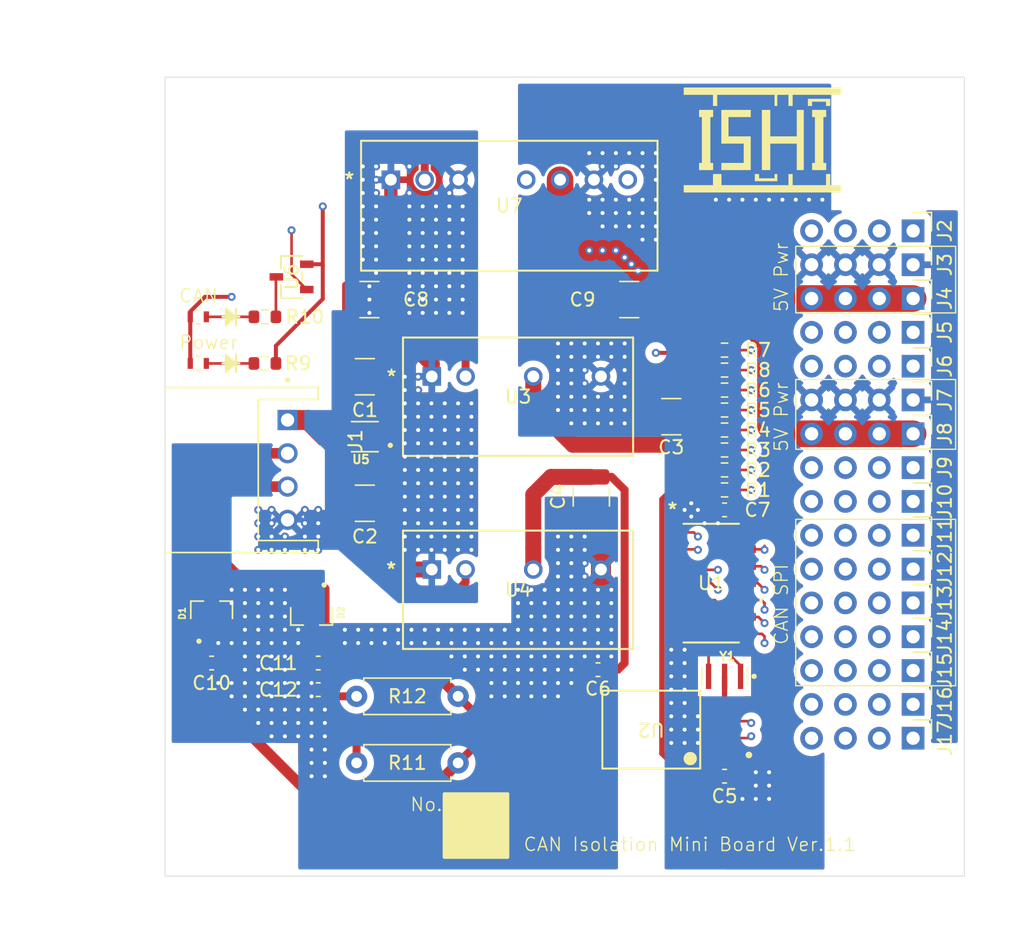
<source format=kicad_pcb>
(kicad_pcb (version 20241229) (generator "pcbnew") (generator_version "9.0")
  (title_block (title "CAN_Isolation_mini") (date "2025-11-06") (rev "Ver.1.1") (company "ISHI-Kai"))
  (layers (0 "F.Cu" signal) (4 "In1.Cu" signal) (6 "In2.Cu" signal) (2 "B.Cu" signal) (13 "F.Paste" user) (15 "B.Paste" user) (5 "F.SilkS" user "F.Silkscreen") (7 "B.SilkS" user "B.Silkscreen") (1 "F.Mask" user) (3 "B.Mask" user) (25 "Edge.Cuts" user))
  (net 0 "")
  (net 1 "BAT_12V")
  (net 2 "BAT_GND")
  (net 3 "GND_5VCAN")
  (net 4 "+5VCAN")
  (net 5 "CAN_H")
  (net 6 "CAN_L")
  (net 7 "Net-(C12-Pad1)")
  (net 14 "Net-(LED1-Pad1)")
  (net 15 "Net-(LED2-Pad1)")
  (net 16 "CAN_CS")
  (net 17 "CAN_SDO")
  (net 18 "CAN_SDI")
  (net 19 "CAN_SCK")
  (net 20 "CAN_GPIO0")
  (net 21 "CAN_GPIO1")
  (net 22 "CAN_CLK")
  (net 23 "CAN_INT")
  (net 24 "Net-(R10-Pad2)")
  (net 25 "Net-(U1-OSC2)")
  (net 26 "Net-(U1-OSC1)")
  (net 27 "Net-(U1-RXCAN)")
  (net 28 "Net-(U1-TXCAN)")
  (net 29 "CAN_LED")
  (net 50 "GND_VP")
  (net 51 "+3.3VP")
  (net 52 "+5VP")
  (footprint "Capacitor_SMD:C_0603_1608Metric" (layer "F.Cu") (at 130.657095 100.294905)
    (property "Reference" "C7")
    (property "Value" "100n")
  )
  (footprint "Resistor_SMD:R_0603_1608Metric" (layer "F.Cu") (at 96.157095 89.294905)
    (property "Reference" "R9")
    (property "Value" "200")
  )
  (footprint "MountingHole:MountingHole_3.2mm_M3" (layer "F.Cu") (at 143.657095 72.794905)
    (property "Reference" "REF**" (hide yes))
    (property "Value" "MountingHole_3.2mm_M3")
  )
  (footprint "CAN_Isolation:DWV0008A-IPC_A" (layer "F.Cu") (at 125.157095 116.794905 180)
    (property "Reference" "U2")
    (property "Value" "ISO1042QDWVRQ1")
  )
  (footprint "CAN_Isolation:PinHeader_1x04_P2.54mm_Vertical_noSilk" (layer "F.Cu") (at 144.81 89.5 -90)
    (property "Reference" "J6")
    (property "Value" "Conn_01x04_Pin")
  )
  (footprint "MountingHole:MountingHole_3.2mm_M3" (layer "F.Cu") (at 93.657095 122.794905)
    (property "Reference" "REF**" (hide yes))
    (property "Value" "MountingHole_3.2mm_M3")
  )
  (footprint "CAN_Isolation:PinHeader_1x04_P2.54mm_Vertical_noSilk" (layer "F.Cu") (at 144.81 81.88 -90)
    (property "Reference" "J3")
    (property "Value" "Conn_01x04_Pin")
  )
  (footprint "CAN_Isolation:ishikai_logo" (layer "F.Cu") (at 133.5 72.5)
    (property "Reference" "G***" (hide yes))
    (property "Value" "LOGO" (hide yes))
  )
  (footprint "CAN_Isolation:JST_S4B-XH-A" (layer "F.Cu") (at 92.157095 97.294905 -90)
    (property "Reference" "J1")
    (property "Value" "S4B-XH-A")
  )
  (footprint "Capacitor_SMD:C_0603_1608Metric" (layer "F.Cu") (at 92.157095 111.794905)
    (property "Reference" "C10")
    (property "Value" "47p")
  )
  (footprint "CAN_Isolation:PinHeader_1x04_P2.54mm_Vertical_noSilk" (layer "F.Cu") (at 144.81 94.58 -90)
    (property "Reference" "J8")
    (property "Value" "Conn_01x04_Pin")
  )
  (footprint "CAN_Isolation:PinHeader_1x04_P2.54mm_Vertical_noSilk" (layer "F.Cu") (at 144.81 102.2 -90)
    (property "Reference" "J11")
    (property "Value" "Conn_01x04_Pin")
  )
  (footprint "CAN_Isolation:PinHeader_1x04_P2.54mm_Vertical_noSilk" (layer "F.Cu") (at 144.81 117.44 -90)
    (property "Reference" "J17")
    (property "Value" "Conn_01x04_Pin")
  )
  (footprint "CAN_Isolation:SON65P200X200X80-7N" (layer "F.Cu") (at 103.657095 94.794905 180)
    (property "Reference" "U5")
    (property "Value" "TVS1800DRVR")
  )
  (footprint "CAN_Isolation:PinHeader_1x04_P2.54mm_Vertical_noSilk" (layer "F.Cu") (at 144.81 112.36 -90)
    (property "Reference" "J15")
    (property "Value" "Conn_01x04_Pin")
  )
  (footprint "CAN_Isolation:PinHeader_1x04_P2.54mm_Vertical_noSilk" (layer "F.Cu") (at 144.81 107.28 -90)
    (property "Reference" "J13")
    (property "Value" "Conn_01x04_Pin")
  )
  (footprint "Capacitor_SMD:C_1210_3225Metric" (layer "F.Cu") (at 103.657095 99.794905)
    (property "Reference" "C2")
    (property "Value" "22u")
  )
  (footprint "Resistor_THT:R_Axial_DIN0207_L6.3mm_D2.5mm_P7.62mm_Horizontal" (layer "F.Cu") (at 103.037095 114.294905)
    (property "Reference" "R12")
    (property "Value" "60.4")
  )
  (footprint "Capacitor_SMD:C_0603_1608Metric" (layer "F.Cu") (at 130.657095 120.294905)
    (property "Reference" "C5")
    (property "Value" "100n")
  )
  (footprint "CAN_Isolation:TRANS_DTCZCAHZGT_ROM" (layer "F.Cu") (at 98.157095 82.794905 90)
    (property "Reference" "U6")
    (property "Value" "DTC114ECAHZGT116")
  )
  (footprint "CAN_Isolation:PinHeader_1x04_P2.54mm_Vertical_noSilk" (layer "F.Cu") (at 144.81 114.9 -90)
    (property "Reference" "J16")
    (property "Value" "Conn_01x04_Pin")
  )
  (footprint "CAN_Isolation:PinHeader_1x04_P2.54mm_Vertical_noSilk" (layer "F.Cu") (at 144.81 92.04 -90)
    (property "Reference" "J7")
    (property "Value" "Conn_01x04_Pin")
  )
  (footprint "Capacitor_SMD:C_0603_1608Metric" (layer "F.Cu") (at 100.157095 111.794905)
    (property "Reference" "C11")
    (property "Value" "47p")
  )
  (footprint "CAN_Isolation:SOT95P237X111-3N" (layer "F.Cu") (at 92.157095 107.794905 90)
    (property "Reference" "D1")
    (property "Value" "MMBZ27VCLT1G")
  )
  (footprint "CAN_Isolation:SMLD12EN1WT86" (layer "F.Cu") (at 91.157095 85.794905 180)
    (property "Reference" "LED2" (hide yes))
    (property "Value" "SMLD12EN1WT86")
  )
  (footprint "CAN_Isolation:PinHeader_1x04_P2.54mm_Vertical_noSilk" (layer "F.Cu") (at 144.81 99.66 -90)
    (property "Reference" "J10")
    (property "Value" "Conn_01x04_Pin")
  )
  (footprint "MountingHole:MountingHole_3.2mm_M3" (layer "F.Cu") (at 143.657095 122.794905)
    (property "Reference" "REF**" (hide yes))
    (property "Value" "MountingHole_3.2mm_M3")
  )
  (footprint "Capacitor_SMD:C_1210_3225Metric" (layer "F.Cu") (at 104 84.5)
    (property "Reference" "C8")
    (property "Value" "22u")
  )
  (footprint "CAN_Isolation:MGS3_COS" (layer "F.Cu") (at 108.680095 90.270905)
    (property "Reference" "U3")
    (property "Value" "MGS3123R3")
  )
  (footprint "CAN_Isolation:MGS3_COS" (layer "F.Cu") (at 108.680095 104.770905)
    (property "Reference" "U4")
    (property "Value" "MGS1R51205")
  )
  (footprint "CAN_Isolation:PinHeader_1x04_P2.54mm_Vertical_noSilk" (layer "F.Cu") (at 144.81 97.12 -90)
    (property "Reference" "J9")
    (property "Value" "Conn_01x04_Pin")
  )
  (footprint "Resistor_SMD:R_0603_1608Metric" (layer "F.Cu") (at 130.657095 92.794905)
    (property "Reference" "R5")
    (property "Value" "10k")
  )
  (footprint "Resistor_SMD:R_0603_1608Metric" (layer "F.Cu") (at 130.657095 95.794905)
    (property "Reference" "R3")
    (property "Value" "10k")
  )
  (footprint "CAN_Isolation:SOIC14_150MIL_SL_MCH" (layer "F.Cu") (at 129.657095 105.794905)
    (property "Reference" "U1")
    (property "Value" "MCP2518FDT-H/SL")
  )
  (footprint "CAN_Isolation:SMLD12EN1WT86" (layer "F.Cu") (at 91.157095 89.294905 180)
    (property "Reference" "LED1" (hide yes))
    (property "Value" "SMLD12EN1WT86")
  )
  (footprint "CAN_Isolation:SIP7_MGS10_COS" (layer "F.Cu") (at 105.61 75.5)
    (property "Reference" "U7")
    (property "Value" "MGS102405")
  )
  (footprint "Resistor_SMD:R_0603_1608Metric" (layer "F.Cu") (at 130.657095 97.294905)
    (property "Reference" "R2")
    (property "Value" "10k")
  )
  (footprint "Capacitor_SMD:C_1210_3225Metric" (layer "F.Cu") (at 103.657095 90.294905)
    (property "Reference" "C1")
    (property "Value" "22u")
  )
  (footprint "Capacitor_SMD:C_0603_1608Metric" (layer "F.Cu") (at 121.157095 112.294905 180)
    (property "Reference" "C6")
    (property "Value" "100n")
  )
  (footprint "Capacitor_SMD:C_0603_1608Metric" (layer "F.Cu") (at 100.157095 113.794905 180)
    (property "Reference" "C12")
    (property "Value" "4700p")
  )
  (footprint "Resistor_THT:R_Axial_DIN0207_L6.3mm_D2.5mm_P7.62mm_Horizontal" (layer "F.Cu") (at 110.657095 119.294905 180)
    (property "Reference" "R11")
    (property "Value" "60.4")
  )
  (footprint "Capacitor_SMD:C_1210_3225Metric" (layer "F.Cu") (at 126.657095 93.294905 180)
    (property "Reference" "C3")
    (property "Value" "22u")
  )
  (footprint "MountingHole:MountingHole_3.2mm_M3" (layer "F.Cu") (at 93.657095 72.794905)
    (property "Reference" "REF**" (hide yes))
    (property "Value" "MountingHole_3.2mm_M3")
  )
  (footprint "CAN_Isolation:PinHeader_1x04_P2.54mm_Vertical_noSilk" (layer "F.Cu") (at 144.81 79.34 -90)
    (property "Reference" "J2")
    (property "Value" "Conn_01x04_Pin")
  )
  (footprint "CAN_Isolation:PinHeader_1x04_P2.54mm_Vertical_noSilk" (layer "F.Cu") (at 144.81 86.96 -90)
    (property "Reference" "J5")
    (property "Value" "Conn_01x04_Pin")
  )
  (footprint "CAN_Isolation:OSC_CSTNE20M0V530000R0" (layer "F.Cu") (at 130.657095 112.794905 180)
    (property "Reference" "Y1")
    (property "Value" "CSTNE20M0V530000R0")
  )
  (footprint "Capacitor_SMD:C_1210_3225Metric" (layer "F.Cu") (at 120.657095 99.294905 -90)
    (property "Reference" "C4")
    (property "Value" "22u")
  )
  (footprint "Capacitor_SMD:C_1210_3225Metric" (layer "F.Cu") (at 123.5 84.5 180)
    (property "Reference" "C9")
    (property "Value" "22u")
  )
  (footprint "CAN_Isolation:SOT95P237X111-3N" (layer "F.Cu") (at 99.657095 108.294905 -90)
    (property "Reference" "D2")
    (property "Value" "MMBZ27VCLT1G")
  )
  (footprint "CAN_Isolation:PinHeader_1x04_P2.54mm_Vertical_noSilk" (layer "F.Cu") (at 144.81 109.82 -90)
    (property "Reference" "J14")
    (property "Value" "Conn_01x04_Pin")
  )
  (footprint "CAN_Isolation:PinHeader_1x04_P2.54mm_Vertical_noSilk" (layer "F.Cu") (at 144.81 84.42 -90)
    (property "Reference" "J4")
    (property "Value" "Conn_01x04_Pin")
  )
  (footprint "CAN_Isolation:PinHeader_1x04_P2.54mm_Vertical_noSilk" (layer "F.Cu") (at 144.81 104.74 -90)
    (property "Reference" "J12")
    (property "Value" "Conn_01x04_Pin")
  )
  (footprint "Resistor_SMD:R_0603_1608Metric" (layer "F.Cu") (at 96.157095 85.794905)
    (property "Reference" "R10")
    (property "Value" "200")
  )
  (footprint "Resistor_SMD:R_0603_1608Metric" (layer "F.Cu") (at 130.657095 91.294905)
    (property "Reference" "R6")
    (property "Value" "10k")
  )
  (footprint "Resistor_SMD:R_0603_1608Metric" (layer "F.Cu") (at 130.657095 98.794905)
    (property "Reference" "R1")
    (property "Value" "10k")
  )
  (footprint "Resistor_SMD:R_0603_1608Metric" (layer "F.Cu") (at 130.657095 88.294905)
    (property "Reference" "R7")
    (property "Value" "10k")
  )
  (footprint "Resistor_SMD:R_0603_1608Metric" (layer "F.Cu") (at 130.657095 89.794905)
    (property "Reference" "R8")
    (property "Value" "10k")
  )
  (footprint "Resistor_SMD:R_0603_1608Metric" (layer "F.Cu") (at 130.657095 94.294905)
    (property "Reference" "R4")
    (property "Value" "10k")
  )
  (gr_rect (start 136 90.5) (end 148 95.74) (stroke (width 0.1)) (fill no) (layer "F.SilkS"))
  (gr_rect (start 136 101) (end 148 113.5) (stroke (width 0.1)) (fill no) (layer "F.SilkS"))
  (gr_rect (start 136 80.5) (end 148 85.5) (stroke (width 0.1)) (fill no) (layer "F.SilkS"))
  (gr_rect (start 88.657095 67.794905) (end 148.657095 127.794905) (stroke (width 0.05)) (fill no) (layer "Edge.Cuts"))
  (gr_text "CAN SPI" (at 135.5 110.5 90) (layer "F.SilkS") (effects (font (size 1 1) (thickness 0.1)) (justify left bottom)))
  (gr_text "No." (at 107 123 0) (layer "F.SilkS") (effects (font (size 1 1) (thickness 0.1)) (justify left bottom)))
  (gr_text "CAN Isolation Mini Board Ver.1.1" (at 115.5 126 0) (layer "F.SilkS") (effects (font (size 1 1) (thickness 0.1)) (justify left bottom)))
  (gr_text "5V Pwr" (at 135.5 96 90) (layer "F.SilkS") (effects (font (size 1 1) (thickness 0.1)) (justify left bottom)))
  (gr_text "CAN" (at 89.657095 84.794905 0) (layer "F.SilkS") (effects (font (size 1 1) (thickness 0.1)) (justify left bottom)))
  (gr_text "Power" (at 89.657095 88.294905 0) (layer "F.SilkS") (effects (font (size 1 1) (thickness 0.1)) (justify left bottom)))
  (gr_text "5V Pwr" (at 135.5 85.5 90) (layer "F.SilkS") (effects (font (size 1 1) (thickness 0.1)) (justify left bottom)))
  (segment (start 102.525 86.427) (end 102.525 84.5) (width 0.6) (layer "F.Cu") (net 1))
  (segment (start 102.182095 102.819905) (end 106.157095 106.794905) (width 0.6) (layer "F.Cu") (net 1))
  (segment (start 102.525 84.5) (end 102.525 73.975) (width 0.6) (layer "F.Cu") (net 1))
  (segment (start 103 73.5) (end 107.5 73.5) (width 0.6) (layer "F.Cu") (net 1))
  (segment (start 97.857095 93.544905) (end 99.407095 93.544905) (width 1.5) (layer "F.Cu") (net 1))
  (segment (start 102.637095 94.144905) (end 102.637095 95.444905) (width 0.6) (layer "F.Cu") (net 1))
  (segment (start 111.220095 105.731905) (end 111.220095 104.770905) (width 0.6) (layer "F.Cu") (net 1))
  (segment (start 108.15 74.15) (end 108.15 75.5) (width 0.6) (layer "F.Cu") (net 1))
  (segment (start 110.157095 106.794905) (end 111.220095 105.731905) (width 0.6) (layer "F.Cu") (net 1))
  (segment (start 102.182095 99.794905) (end 102.182095 102.819905) (width 0.6) (layer "F.Cu") (net 1))
  (segment (start 110.86219 86.5) (end 111.220095 86.857905) (width 0.6) (layer "F.Cu") (net 1))
  (segment (start 102.637095 95.444905) (end 102.637095 96.864905) (width 0.6) (layer "F.Cu") (net 1))
  (segment (start 102.182095 97.319905) (end 102.182095 99.794905) (width 0.6) (layer "F.Cu") (net 1))
  (segment (start 100.657095 94.794905) (end 102.206095 94.794905) (width 1.5) (layer "F.Cu") (net 1))
  (segment (start 102.182095 86.769905) (end 102.525 86.427) (width 0.6) (layer "F.Cu") (net 1))
  (segment (start 107.5 73.5) (end 108.15 74.15) (width 0.6) (layer "F.Cu") (net 1))
  (segment (start 102.452 86.5) (end 110.86219 86.5) (width 0.6) (layer "F.Cu") (net 1))
  (segment (start 99.407095 93.544905) (end 100.657095 94.794905) (width 1.5) (layer "F.Cu") (net 1))
  (segment (start 102.182095 90.294905) (end 102.182095 86.769905) (width 0.6) (layer "F.Cu") (net 1))
  (segment (start 102.182095 86.769905) (end 102.452 86.5) (width 0.6) (layer "F.Cu") (net 1))
  (segment (start 102.637095 96.864905) (end 102.182095 97.319905) (width 0.6) (layer "F.Cu") (net 1))
  (segment (start 102.525 73.975) (end 103 73.5) (width 0.6) (layer "F.Cu") (net 1))
  (segment (start 102.637095 92.814905) (end 102.182095 92.359905) (width 0.6) (layer "F.Cu") (net 1))
  (segment (start 102.637095 94.144905) (end 102.637095 92.814905) (width 0.6) (layer "F.Cu") (net 1))
  (segment (start 106.157095 106.794905) (end 110.157095 106.794905) (width 0.6) (layer "F.Cu") (net 1))
  (segment (start 102.182095 92.359905) (end 102.182095 90.294905) (width 0.6) (layer "F.Cu") (net 1))
  (segment (start 111.220095 86.857905) (end 111.220095 90.270905) (width 0.6) (layer "F.Cu") (net 1))
  (segment (start 104.307095 94.144905) (end 103.657095 94.794905) (width 0.4) (layer "F.Cu") (net 2))
  (segment (start 105.132095 97.319905) (end 104.677095 96.864905) (width 1.2) (layer "F.Cu") (net 2))
  (segment (start 104.677095 94.144905) (end 104.677095 95.444905) (width 1.2) (layer "F.Cu") (net 2))
  (segment (start 104.677095 94.794905) (end 103.657095 94.794905) (width 0.4) (layer "F.Cu") (net 2))
  (segment (start 104.677095 94.144905) (end 104.677095 94.794905) (width 1.1) (layer "F.Cu") (net 2))
  (segment (start 105.132095 103.769905) (end 106.133095 104.770905) (width 1.2) (layer "F.Cu") (net 2))
  (segment (start 105.132095 88.819905) (end 105.657095 88.294905) (width 1.2) (layer "F.Cu") (net 2))
  (segment (start 104.677095 93.224905) (end 104.677095 94.144905) (width 1.2) (layer "F.Cu") (net 2))
  (segment (start 107.657095 88.294905) (end 108.680095 89.317905) (width 1.2) (layer "F.Cu") (net 2))
  (segment (start 104.677095 94.794905) (end 104.677095 95.444905) (width 1.1) (layer "F.Cu") (net 2))
  (segment (start 105.132095 99.794905) (end 105.132095 103.769905) (width 1.2) (layer "F.Cu") (net 2))
  (segment (start 97.857095 101.044905) (end 97.857095 101.094905) (width 0.4) (layer "F.Cu") (net 2))
  (segment (start 105.132095 97.319905) (end 105.132095 99.794905) (width 1.2) (layer "F.Cu") (net 2))
  (segment (start 104.677095 95.444905) (end 104.307095 95.444905) (width 0.4) (layer "F.Cu") (net 2))
  (segment (start 104.307095 95.444905) (end 103.657095 94.794905) (width 0.4) (layer "F.Cu") (net 2))
  (segment (start 108.680095 89.317905) (end 108.680095 90.270905) (width 1.2) (layer "F.Cu") (net 2))
  (segment (start 105.132095 92.769905) (end 104.677095 93.224905) (width 1.2) (layer "F.Cu") (net 2))
  (segment (start 104.677095 94.144905) (end 104.307095 94.144905) (width 0.4) (layer "F.Cu") (net 2))
  (segment (start 105.132095 92.769905) (end 105.132095 90.294905) (width 1.2) (layer "F.Cu") (net 2))
  (segment (start 104.677095 96.864905) (end 104.677095 95.444905) (width 1.2) (layer "F.Cu") (net 2))
  (segment (start 105.61 75.5) (end 105.61 84.365) (width 1) (layer "F.Cu") (net 2))
  (segment (start 105.657095 88.294905) (end 107.657095 88.294905) (width 1.2) (layer "F.Cu") (net 2))
  (segment (start 106.133095 104.770905) (end 108.680095 104.770905) (width 1.2) (layer "F.Cu") (net 2))
  (segment (start 105.132095 90.294905) (end 105.132095 88.819905) (width 1.2) (layer "F.Cu") (net 2))
  (via (at 110.657095 94.270905) (size 0.6) (drill 0.3) (layers "F.Cu" "B.Cu") (net 2))
  (via (at 109.657095 99.294905) (size 0.6) (drill 0.3) (layers "F.Cu" "B.Cu") (net 2))
  (via (at 107.657095 92.294905) (size 0.6) (drill 0.3) (layers "F.Cu" "B.Cu") (net 2))
  (via (at 111.657095 94.294905) (size 0.6) (drill 0.3) (layers "F.Cu" "B.Cu") (net 2))
  (via (at 106.657095 98.294905) (size 0.6) (drill 0.3) (layers "F.Cu" "B.Cu") (net 2))
  (via (at 108 84.5) (size 0.6) (drill 0.3) (layers "F.Cu" "B.Cu") (net 2))
  (via (at 99.157095 101.294905) (size 0.6) (drill 0.3) (layers "F.Cu" "B.Cu") (net 2))
  (via (at 108.657095 95.294905) (size 0.6) (drill 0.3) (layers "F.Cu" "B.Cu") (net 2))
  (via (at 110 76.5) (size 0.6) (drill 0.3) (layers "F.Cu" "B.Cu") (net 2))
  (via (at 107.657095 90.294905) (size 0.6) (drill 0.3) (layers "F.Cu" "B.Cu") (net 2))
  (via (at 106.657095 95.294905) (size 0.6) (drill 0.3) (layers "F.Cu" "B.Cu") (net 2))
  (via (at 106.657095 94.294905) (size 0.6) (drill 0.3) (layers "F.Cu" "B.Cu") (net 2))
  (via (at 107 80.5) (size 0.6) (drill 0.3) (layers "F.Cu" "B.Cu") (net 2))
  (via (at 111 83.5) (size 0.6) (drill 0.3) (layers "F.Cu" "B.Cu") (net 2))
  (via (at 109.657095 95.294905) (size 0.6) (drill 0.3) (layers "F.Cu" "B.Cu") (net 2))
  (via (at 107.657095 97.294905) (size 0.6) (drill 0.3) (layers "F.Cu" "B.Cu") (net 2))
  (via (at 108.657095 100.294905) (size 0.6) (drill 0.3) (layers "F.Cu" "B.Cu") (net 2))
  (via (at 111 80.5) (size 0.6) (drill 0.3) (layers "F.Cu" "B.Cu") (net 2))
  (via (at 103.5 79.5) (size 0.6) (drill 0.3) (layers "F.Cu" "B.Cu") (net 2))
  (via (at 103.5 77.5) (size 0.6) (drill 0.3) (layers "F.Cu" "B.Cu") (net 2))
  (via (at 99.157095 102.294905) (size 0.6) (drill 0.3) (layers "F.Cu" "B.Cu") (net 2))
  (via (at 108.657095 92.294905) (size 0.6) (drill 0.3) (layers "F.Cu" "B.Cu") (net 2))
  (via (at 95.657095 100.294905) (size 0.6) (drill 0.3) (layers "F.Cu" "B.Cu") (net 2))
  (via (at 109.657095 102.294905) (size 0.6) (drill 0.3) (layers "F.Cu" "B.Cu") (net 2))
  (via (at 108.657095 93.294905) (size 0.6) (drill 0.3) (layers "F.Cu" "B.Cu") (net 2))
  (via (at 107.657095 103.294905) (size 0.6) (drill 0.3) (layers "F.Cu" "B.Cu") (net 2))
  (via (at 100.157095 100.294905) (size 0.6) (drill 0.3) (layers "F.Cu" "B.Cu") (net 2))
  (via (at 106.657095 90.294905) (size 0.6) (drill 0.3) (layers "F.Cu" "B.Cu") (net 2))
  (via (at 109.657095 101.294905) (size 0.6) (drill 0.3) (layers "F.Cu" "B.Cu") (net 2))
  (via (at 107.657095 93.294905) (size 0.6) (drill 0.3) (layers "F.Cu" "B.Cu") (net 2))
  (via (at 96.657095 103.294905) (size 0.6) (drill 0.3) (layers "F.Cu" "B.Cu") (net 2))
  (via (at 97.657095 102.294905) (size 0.6) (drill 0.3) (layers "F.Cu" "B.Cu") (net 2))
  (via (at 106.657095 97.294905) (size 0.6) (drill 0.3) (layers "F.Cu" "B.Cu") (net 2))
  (via (at 110 84.5) (size 0.6) (drill 0.3) (layers "F.Cu" "B.Cu") (net 2))
  (via (at 108.657095 102.294905) (size 0.6) (drill 0.3) (layers "F.Cu" "B.Cu") (net 2))
  (via (at 107 79.5) (size 0.6) (drill 0.3) (layers "F.Cu" "B.Cu") (net 2))
  (via (at 108.657095 103.294905) (size 0.6) (drill 0.3) (layers "F.Cu" "B.Cu") (net 2))
  (via (at 107 84.5) (size 0.6) (drill 0.3) (layers "F.Cu" "B.Cu") (net 2))
  (via (at 103.5 80.5) (size 0.6) (drill 0.3) (layers "F.Cu" "B.Cu") (net 2))
  (via (at 110.657095 97.294905) (size 0.6) (drill 0.3) (layers "F.Cu" "B.Cu") (net 2))
  (via (at 109 84.5) (size 0.6) (drill 0.3) (layers "F.Cu" "B.Cu") (net 2))
  (via (at 110.657095 93.294905) (size 0.6) (drill 0.3) (layers "F.Cu" "B.Cu") (net 2))
  (via (at 108 79.5) (size 0.6) (drill 0.3) (layers "F.Cu" "B.Cu") (net 2))
  (via (at 95.657095 103.294905) (size 0.6) (drill 0.3) (layers "F.Cu" "B.Cu") (net 2))
  (via (at 107 85.5) (size 0.6) (drill 0.3) (layers "F.Cu" "B.Cu") (net 2))
  (via (at 108 85.5) (size 0.6) (drill 0.3) (layers "F.Cu" "B.Cu") (net 2))
  (via (at 110 85.5) (size 0.6) (drill 0.3) (layers "F.Cu" "B.Cu") (net 2))
  (via (at 108.657095 96.294905) (size 0.6) (drill 0.3) (layers "F.Cu" "B.Cu") (net 2))
  (via (at 104 84.5) (size 0.6) (drill 0.3) (layers "F.Cu" "B.Cu") (net 2))
  (via (at 111.657095 99.294905) (size 0.6) (drill 0.3) (layers "F.Cu" "B.Cu") (net 2))
  (via (at 95.657095 101.294905) (size 0.6) (drill 0.3) (layers "F.Cu" "B.Cu") (net 2))
  (via (at 109 78.5) (size 0.6) (drill 0.3) (layers "F.Cu" "B.Cu") (net 2))
  (via (at 110.657095 100.294905) (size 0.6) (drill 0.3) (layers "F.Cu" "B.Cu") (net 2))
  (via (at 96.657095 102.294905) (size 0.6) (drill 0.3) (layers "F.Cu" "B.Cu") (net 2))
  (via (at 108 78.5) (size 0.6) (drill 0.3) (layers "F.Cu" "B.Cu") (net 2))
  (via (at 104.5 80.5) (size 0.6) (drill 0.3) (layers "F.Cu" "B.Cu") (net 2))
  (via (at 111.657095 100.294905) (size 0.6) (drill 0.3) (layers "F.Cu" "B.Cu") (net 2))
  (via (at 110 81.5) (size 0.6) (drill 0.3) (layers "F.Cu" "B.Cu") (net 2))
  (via (at 109.657095 100.294905) (size 0.6) (drill 0.3) (layers "F.Cu" "B.Cu") (net 2))
  (via (at 110 78.5) (size 0.6) (drill 0.3) (layers "F.Cu" "B.Cu") (net 2))
  (via (at 111.657095 93.294905) (size 0.6) (drill 0.3) (layers "F.Cu" "B.Cu") (net 2))
  (via (at 107.657095 99.294905) (size 0.6) (drill 0.3) (layers "F.Cu" "B.Cu") (net 2))
  (via (at 108.657095 98.294905) (size 0.6) (drill 0.3) (layers "F.Cu" "B.Cu") (net 2))
  (via (at 104.5 77.5) (size 0.6) (drill 0.3) (layers "F.Cu" "B.Cu") (net 2))
  (via (at 108.657095 97.294905) (size 0.6) (drill 0.3) (layers "F.Cu" "B.Cu") (net 2))
  (via (at 110 77.5) (size 0.6) (drill 0.3) (layers "F.Cu" "B.Cu") (net 2))
  (via (at 109.657095 98.294905) (size 0.6) (drill 0.3) (layers "F.Cu" "B.Cu") (net 2))
  (via (at 110.657095 95.294905) (size 0.6) (drill 0.3) (layers "F.Cu" "B.Cu") (net 2))
  (via (at 107.657095 95.294905) (size 0.6) (drill 0.3) (layers "F.Cu" "B.Cu") (net 2))
  (via (at 109 85.5) (size 0.6) (drill 0.3) (layers "F.Cu" "B.Cu") (net 2))
  (via (at 108 82.5) (size 0.6) (drill 0.3) (layers "F.Cu" "B.Cu") (net 2))
  (via (at 111 85.5) (size 0.6) (drill 0.3) (layers "F.Cu" "B.Cu") (net 2))
  (via (at 111 84.5) (size 0.6) (drill 0.3) (layers "F.Cu" "B.Cu") (net 2))
  (via (at 103.5 78.5) (size 0.6) (drill 0.3) (layers "F.Cu" "B.Cu") (net 2))
  (via (at 99.157095 100.294905) (size 0.6) (drill 0.3) (layers "F.Cu" "B.Cu") (net 2))
  (via (at 110 83.5) (size 0.6) (drill 0.3) (layers "F.Cu" "B.Cu") (net 2))
  (via (at 104.5 75.5) (size 0.6) (drill 0.3) (layers "F.Cu" "B.Cu") (net 2))
  (via (at 107 74.5) (size 0.6) (drill 0.3) (layers "F.Cu" "B.Cu") (net 2))
  (via (at 106.657095 100.294905) (size 0.6) (drill 0.3) (layers "F.Cu" "B.Cu") (net 2))
  (via (at 111.657095 95.294905) (size 0.6) (drill 0.3) (layers "F.Cu" "B.Cu") (net 2))
  (via (at 109 83.5) (size 0.6) (drill 0.3) (layers "F.Cu" "B.Cu") (net 2))
  (via (at 96.657095 100.294905) (size 0.6) (drill 0.3) (layers "F.Cu" "B.Cu") (net 2))
  (via (at 104 85.5) (size 0.6) (drill 0.3) (layers "F.Cu" "B.Cu") (net 2))
  (via (at 103.5 74.5) (size 0.6) (drill 0.3) (layers "F.Cu" "B.Cu") (net 2))
  (via (at 108.657095 94.294905) (size 0.6) (drill 0.3) (layers "F.Cu" "B.Cu") (net 2))
  (via (at 111.657095 102.294905) (size 0.6) (drill 0.3) (layers "F.Cu" "B.Cu") (net 2))
  (via (at 108.657095 101.294905) (size 0.6) (drill 0.3) (layers "F.Cu" "B.Cu") (net 2))
  (via (at 109 77.5) (size 0.6) (drill 0.3) (layers "F.Cu" "B.Cu") (net 2))
  (via (at 107.657095 100.294905) (size 0.6) (drill 0.3) (layers "F.Cu" "B.Cu") (net 2))
  (via (at 106.657095 92.294905) (size 0.6) (drill 0.3) (layers "F.Cu" "B.Cu") (net 2))
  (via (at 109.657095 93.294905) (size 0.6) (drill 0.3) (layers "F.Cu" "B.Cu") (net 2))
  (via (at 109.657095 92.294905) (size 0.6) (drill 0.3) (layers "F.Cu" "B.Cu") (net 2))
  (via (at 100.157095 101.294905) (size 0.6) (drill 0.3) (layers "F.Cu" "B.Cu") (net 2))
  (via (at 109.657095 103.294905) (size 0.6) (drill 0.3) (layers "F.Cu" "B.Cu") (net 2))
  (via (at 107.657095 101.294905) (size 0.6) (drill 0.3) (layers "F.Cu" "B.Cu") (net 2))
  (via (at 111.657095 92.294905) (size 0.6) (drill 0.3) (layers "F.Cu" "B.Cu") (net 2))
  (via (at 104 83.5) (size 0.6) (drill 0.3) (layers "F.Cu" "B.Cu") (net 2))
  (via (at 111 82.5) (size 0.6) (drill 0.3) (layers "F.Cu" "B.Cu") (net 2))
  (via (at 107.657095 102.294905) (size 0.6) (drill 0.3) (layers "F.Cu" "B.Cu") (net 2))
  (via (at 107 78.5) (size 0.6) (drill 0.3) (layers "F.Cu" "B.Cu") (net 2))
  (via (at 109 80.5) (size 0.6) (drill 0.3) (layers "F.Cu" "B.Cu") (net 2))
  (via (at 103.5 75.5) (size 0.6) (drill 0.3) (layers "F.Cu" "B.Cu") (net 2))
  (via (at 109.657095 97.294905) (size 0.6) (drill 0.3) (layers "F.Cu" "B.Cu") (net 2))
  (via (at 109 81.5) (size 0.6) (drill 0.3) (layers "F.Cu" "B.Cu") (net 2))
  (via (at 104.5 79.5) (size 0.6) (drill 0.3) (layers "F.Cu" "B.Cu") (net 2))
  (via (at 110.657095 101.294905) (size 0.6) (drill 0.3) (layers "F.Cu" "B.Cu") (net 2))
  (via (at 109 76.5) (size 0.6) (drill 0.3) (layers "F.Cu" "B.Cu") (net 2))
  (via (at 110.657095 99.294905) (size 0.6) (drill 0.3) (layers "F.Cu" "B.Cu") (net 2))
  (via (at 110 80.5) (size 0.6) (drill 0.3) (layers "F.Cu" "B.Cu") (net 2))
  (via (at 104.5 81.5) (size 0.6) (drill 0.3) (layers "F.Cu" "B.Cu") (net 2))
  (via (at 96.657095 101.294905) (size 0.6) (drill 0.3) (layers "F.Cu" "B.Cu") (net 2))
  (via (at 104.5 76.5) (size 0.6) (drill 0.3) (layers "F.Cu" "B.Cu") (net 2))
  (via (at 107 77.5) (size 0.6) (drill 0.3) (layers "F.Cu" "B.Cu") (net 2))
  (via (at 104.5 78.5) (size 0.6) (drill 0.3) (layers "F.Cu" "B.Cu") (net 2))
  (via (at 110.657095 92.294905) (size 0.6) (drill 0.3) (layers "F.Cu" "B.Cu") (net 2))
  (via (at 111 79.5) (size 0.6) (drill 0.3) (layers "F.Cu" "B.Cu") (net 2))
  (via (at 99.157095 103.294905) (size 0.6) (drill 0.3) (layers "F.Cu" "B.Cu") (net 2))
  (via (at 110.657095 96.294905) (size 0.6) (drill 0.3) (layers "F.Cu" "B.Cu") (net 2))
  (via (at 107.657095 98.294905) (size 0.6) (drill 0.3) (layers "F.Cu" "B.Cu") (net 2))
  (via (at 109.657095 94.294905) (size 0.6) (drill 0.3) (layers "F.Cu" "B.Cu") (net 2))
  (via (at 110 79.5) (size 0.6) (drill 0.3) (layers "F.Cu" "B.Cu") (net 2))
  (via (at 95.657095 102.294905) (size 0.6) (drill 0.3) (layers "F.Cu" "B.Cu") (net 2))
  (via (at 111.657095 103.294905) (size 0.6) (drill 0.3) (layers "F.Cu" "B.Cu") (net 2))
  (via (at 111 77.5) (size 0.6) (drill 0.3) (layers "F.Cu" "B.Cu") (net 2))
  (via (at 106.657095 102.294905) (size 0.6) (drill 0.3) (layers "F.Cu" "B.Cu") (net 2))
  (via (at 110.657095 102.294905) (size 0.6) (drill 0.3) (layers "F.Cu" "B.Cu") (net 2))
  (via (at 109 79.5) (size 0.6) (drill 0.3) (layers "F.Cu" "B.Cu") (net 2))
  (via (at 111.657095 98.294905) (size 0.6) (drill 0.3) (layers "F.Cu" "B.Cu") (net 2))
  (via (at 110.657095 98.294905) (size 0.6) (drill 0.3) (layers "F.Cu" "B.Cu") (net 2))
  (via (at 106.657095 99.294905) (size 0.6) (drill 0.3) (layers "F.Cu" "B.Cu") (net 2))
  (via (at 107.657095 94.294905) (size 0.6) (drill 0.3) (layers "F.Cu" "B.Cu") (net 2))
  (via (at 108 81.5) (size 0.6) (drill 0.3) (layers "F.Cu" "B.Cu") (net 2))
  (via (at 107 82.5) (size 0.6) (drill 0.3) (layers "F.Cu" "B.Cu") (net 2))
  (via (at 104.5 82.5) (size 0.6) (drill 0.3) (layers "F.Cu" "B.Cu") (net 2))
  (via (at 111.657095 101.294905) (size 0.6) (drill 0.3) (layers "F.Cu" "B.Cu") (net 2))
  (via (at 104.5 74.5) (size 0.6) (drill 0.3) (layers "F.Cu" "B.Cu") (net 2))
  (via (at 107 83.5) (size 0.6) (drill 0.3) (layers "F.Cu" "B.Cu") (net 2))
  (via (at 108.657095 99.294905) (size 0.6) (drill 0.3) (layers "F.Cu" "B.Cu") (net 2))
  (via (at 111.657095 97.294905) (size 0.6) (drill 0.3) (layers "F.Cu" "B.Cu") (net 2))
  (via (at 106.657095 101.294905) (size 0.6) (drill 0.3) (layers "F.Cu" "B.Cu") (net 2))
  (via (at 108 77.5) (size 0.6) (drill 0.3) (layers "F.Cu" "B.Cu") (net 2))
  (via (at 106.657095 103.294905) (size 0.6) (drill 0.3) (layers "F.Cu" "B.Cu") (net 2))
  (via (at 109.657095 96.294905) (size 0.6) (drill 0.3) (layers "F.Cu" "B.Cu") (net 2))
  (via (at 110 82.5) (size 0.6) (drill 0.3) (layers "F.Cu" "B.Cu") (net 2))
  (via (at 100.157095 103.294905) (size 0.6) (drill 0.3) (layers "F.Cu" "B.Cu") (net 2))
  (via (at 111 81.5) (size 0.6) (drill 0.3) (layers "F.Cu" "B.Cu") (net 2))
  (via (at 107.657095 91.294905) (size 0.6) (drill 0.3) (layers "F.Cu" "B.Cu") (net 2))
  (via (at 110.657095 103.294905) (size 0.6) (drill 0.3) (layers "F.Cu" "B.Cu") (net 2))
  (via (at 106.657095 96.294905) (size 0.6) (drill 0.3) (layers "F.Cu" "B.Cu") (net 2))
  (via (at 97.657095 103.294905) (size 0.6) (drill 0.3) (layers "F.Cu" "B.Cu") (net 2))
  (via (at 103.5 81.5) (size 0.6) (drill 0.3) (layers "F.Cu" "B.Cu") (net 2))
  (via (at 111.657095 96.294905) (size 0.6) (drill 0.3) (layers "F.Cu" "B.Cu") (net 2))
  (via (at 108 80.5) (size 0.6) (drill 0.3) (layers "F.Cu" "B.Cu") (net 2))
  (via (at 106.657095 93.294905) (size 0.6) (drill 0.3) (layers "F.Cu" "B.Cu") (net 2))
  (via (at 103.5 76.5) (size 0.6) (drill 0.3) (layers "F.Cu" "B.Cu") (net 2))
  (via (at 111 78.5) (size 0.6) (drill 0.3) (layers "F.Cu" "B.Cu") (net 2))
  (via (at 108 83.5) (size 0.6) (drill 0.3) (layers "F.Cu" "B.Cu") (net 2))
  (via (at 107 76.5) (size 0.6) (drill 0.3) (layers "F.Cu" "B.Cu") (net 2))
  (via (at 107.657095 96.294905) (size 0.6) (drill 0.3) (layers "F.Cu" "B.Cu") (net 2))
  (via (at 100.157095 102.294905) (size 0.6) (drill 0.3) (layers "F.Cu" "B.Cu") (net 2))
  (via (at 107 81.5) (size 0.6) (drill 0.3) (layers "F.Cu" "B.Cu") (net 2))
  (via (at 106.657095 91.294905) (size 0.6) (drill 0.3) (layers "F.Cu" "B.Cu") (net 2))
  (via (at 109 82.5) (size 0.6) (drill 0.3) (layers "F.Cu" "B.Cu") (net 2))
  (segment (start 97.857095 101.044905) (end 98.907095 101.044905) (width 0.4) (layer "B.Cu") (net 2))
  (segment (start 108.680095 104.770905) (end 108.680095 104.817905) (width 1.2) (layer "B.Cu") (net 2))
  (segment (start 98.907095 101.044905) (end 99.157095 101.294905) (width 0.4) (layer "B.Cu") (net 2))
  (segment (start 97.857095 101.044905) (end 98.407095 101.044905) (width 0.4) (layer "B.Cu") (net 2))
  (segment (start 97.857095 101.044905) (end 97.407095 101.044905) (width 0.4) (layer "B.Cu") (net 2))
  (segment (start 97.857095 101.044905) (end 96.907095 101.044905) (width 0.4) (layer "B.Cu") (net 2))
  (segment (start 108.680095 104.770905) (end 108.681095 104.770905) (width 1.2) (layer "B.Cu") (net 2))
  (segment (start 97.407095 101.044905) (end 96.657095 100.294905) (width 0.4) (layer "B.Cu") (net 2))
  (segment (start 96.907095 101.044905) (end 96.657095 101.294905) (width 0.4) (layer "B.Cu") (net 2))
  (segment (start 98.407095 101.044905) (end 99.157095 100.294905) (width 0.4) (layer "B.Cu") (net 2))
  (segment (start 98.597095 107.234905) (end 97.657095 106.294905) (width 0.6) (layer "F.Cu") (net 3))
  (segment (start 119.157095 113.294905) (end 119.157095 114.190428) (width 0.6) (layer "F.Cu") (net 3))
  (segment (start 99.382095 111.794905) (end 99.382095 113.019905) (width 0.6) (layer "F.Cu") (net 3))
  (segment (start 92.932095 111.794905) (end 92.932095 110.569905) (width 0.6) (layer "F.Cu") (net 3))
  (segment (start 121.380095 104.770905) (end 121.380095 105.517905) (width 1.5) (layer "F.Cu") (net 3))
  (segment (start 120.382095 112.294905) (end 120.382095 114.364382) (width 0.6) (layer "F.Cu") (net 3))
  (segment (start 121.380095 104.770905) (end 121.380095 101.492905) (width 1.5) (layer "F.Cu") (net 3))
  (segment (start 120.382095 112.294905) (end 119.157095 112.294905) (width 0.6) (layer "F.Cu") (net 3))
  (segment (start 92.657095 110.294905) (end 93.657095 110.294905) (width 0.6) (layer "F.Cu") (net 3))
  (segment (start 120.382095 114.364382) (end 119.856572 114.889905) (width 0.6) (layer "F.Cu") (net 3))
  (segment (start 119.157095 114.190428) (end 119.856572 114.889905) (width 0.6) (layer "F.Cu") (net 3))
  (segment (start 121.380095 101.492905) (end 120.657095 100.769905) (width 1.5) (layer "F.Cu") (net 3))
  (segment (start 92.657095 110.294905) (end 92.657095 109.304905) (width 0.6) (layer "F.Cu") (net 3))
  (segment (start 92.932095 110.569905) (end 92.657095 110.294905) (width 0.6) (layer "F.Cu") (net 3))
  (segment (start 92.657095 109.304905) (end 93.107095 108.854905) (width 0.6) (layer "F.Cu") (net 3))
  (segment (start 99.382095 113.019905) (end 99.657095 113.294905) (width 0.6) (layer "F.Cu") (net 3))
  (via (at 120.157095 107.294905) (size 0.6) (drill 0.3) (layers "F.Cu" "B.Cu") (net 3))
  (via (at 113.157095 114.294905) (size 0.6) (drill 0.3) (layers "F.Cu" "B.Cu") (net 3))
  (via (at 111.157095 109.294905) (size 0.6) (drill 0.3) (layers "F.Cu" "B.Cu") (net 3))
  (via (at 118.157095 114.294905) (size 0.6) (drill 0.3) (layers "F.Cu" "B.Cu") (net 3))
  (via (at 97.657095 114.294905) (size 0.6) (drill 0.3) (layers "F.Cu" "B.Cu") (net 3))
  (via (at 115.157095 109.294905) (size 0.6) (drill 0.3) (layers "F.Cu" "B.Cu") (net 3))
  (via (at 96.657095 109.294905) (size 0.6) (drill 0.3) (layers "F.Cu" "B.Cu") (net 3))
  (via (at 107.157095 110.294905) (size 0.6) (drill 0.3) (layers "F.Cu" "B.Cu") (net 3))
  (via (at 116.157095 108.294905) (size 0.6) (drill 0.3) (layers "F.Cu" "B.Cu") (net 3))
  (via (at 95.657095 111.294905) (size 0.6) (drill 0.3) (layers "F.Cu" "B.Cu") (net 3))
  (via (at 122.157095 106.294905) (size 0.6) (drill 0.3) (layers "F.Cu" "B.Cu") (net 3))
  (via (at 97.657095 113.294905) (size 0.6) (drill 0.3) (layers "F.Cu" "B.Cu") (net 3))
  (via (at 122.157095 111.294905) (size 0.6) (drill 0.3) (layers "F.Cu" "B.Cu") (net 3))
  (via (at 97.657095 117.294905) (size 0.6) (drill 0.3) (layers "F.Cu" "B.Cu") (net 3))
  (via (at 120.157095 109.294905) (size 0.6) (drill 0.3) (layers "F.Cu" "B.Cu") (net 3))
  (via (at 93.657095 113.294905) (size 0.6) (drill 0.3) (layers "F.Cu" "B.Cu") (net 3))
  (via (at 95.657095 112.294905) (size 0.6) (drill 0.3) (layers "F.Cu" "B.Cu") (net 3))
  (via (at 97.657095 108.294905) (size 0.6) (drill 0.3) (layers "F.Cu" "B.Cu") (net 3))
  (via (at 121.157095 106.294905) (size 0.6) (drill 0.3) (layers "F.Cu" "B.Cu") (net 3))
  (via (at 117.157095 109.294905) (size 0.6) (drill 0.3) (layers "F.Cu" "B.Cu") (net 3))
  (via (at 108.157095 109.294905) (size 0.6) (drill 0.3) (layers "F.Cu" "B.Cu") (net 3))
  (via (at 118.157095 111.294905) (size 0.6) (drill 0.3) (layers "F.Cu" "B.Cu") (net 3))
  (via (at 94.657095 110.294905) (size 0.6) (drill 0.3) (layers "F.Cu" "B.Cu") (net 3))
  (via (at 122.157095 107.294905) (size 0.6) (drill 0.3) (layers "F.Cu" "B.Cu") (net 3))
  (via (at 118.157095 112.294905) (size 0.6) (drill 0.3) (layers "F.Cu" "B.Cu") (net 3))
  (via (at 108.157095 110.294905) (size 0.6) (drill 0.3) (layers "F.Cu" "B.Cu") (net 3))
  (via (at 118.157095 102.294905) (size 0.6) (drill 0.3) (layers "F.Cu" "B.Cu") (net 3))
  (via (at 120.157095 102.294905) (size 0.6) (drill 0.3) (layers "F.Cu" "B.Cu") (net 3))
  (via (at 97.657095 109.294905) (size 0.6) (drill 0.3) (layers "F.Cu" "B.Cu") (net 3))
  (via (at 106.157095 109.294905) (size 0.6) (drill 0.3) (layers "F.Cu" "B.Cu") (net 3))
  (via (at 113.157095 112.294905) (size 0.6) (drill 0.3) (layers "F.Cu" "B.Cu") (net 3))
  (via (at 122.157095 110.294905) (size 0.6) (drill 0.3) (layers "F.Cu" "B.Cu") (net 3))
  (via (at 95.657095 114.294905) (size 0.6) (drill 0.3) (layers "F.Cu" "B.Cu") (net 3))
  (via (at 113.157095 109.294905) (size 0.6) (drill 0.3) (layers "F.Cu" "B.Cu") (net 3))
  (via (at 96.657095 110.294905) (size 0.6) (drill 0.3) (layers "F.Cu" "B.Cu") (net 3))
  (via (at 97.657095 106.294905) (size 0.6) (drill 0.3) (layers "F.Cu" "B.Cu") (net 3))
  (via (at 96.657095 115.294905) (size 0.6) (drill 0.3) (layers "F.Cu" "B.Cu") (net 3))
  (via (at 96.657095 113.294905) (size 0.6) (drill 0.3) (layers "F.Cu" "B.Cu") (net 3))
  (via (at 103.157095 109.294905) (size 0.6) (drill 0.3) (layers "F.Cu" "B.Cu") (net 3))
  (via (at 119.157095 113.294905) (size 0.6) (drill 0.3) (layers "F.Cu" "B.Cu") (net 3))
  (via (at 119.157095 102.294905) (size 0.6) (drill 0.3) (layers "F.Cu" "B.Cu") (net 3))
  (via (at 96.657095 117.294905) (size 0.6) (drill 0.3) (layers "F.Cu" "B.Cu") (net 3))
  (via (at 117.157095 114.294905) (size 0.6) (drill 0.3) (layers "F.Cu" "B.Cu") (net 3))
  (via (at 102.157095 109.294905) (size 0.6) (drill 0.3) (layers "F.Cu" "B.Cu") (net 3))
  (via (at 114.157095 109.294905) (size 0.6) (drill 0.3) (layers "F.Cu" "B.Cu") (net 3))
  (via (at 99.657095 116.294905) (size 0.6) (drill 0.3) (layers "F.Cu" "B.Cu") (net 3))
  (via (at 94.657095 114.294905) (size 0.6) (drill 0.3) (layers "F.Cu" "B.Cu") (net 3))
  (via (at 100.657095 115.294905) (size 0.6) (drill 0.3) (layers "F.Cu" "B.Cu") (net 3))
  (via (at 114.157095 114.294905) (size 0.6) (drill 0.3) (layers "F.Cu" "B.Cu") (net 3))
  (via (at 100.657095 117.294905) (size 0.6) (drill 0.3) (layers "F.Cu" "B.Cu") (net 3))
  (via (at 93.657095 110.294905) (size 0.6) (drill 0.3) (layers "F.Cu" "B.Cu") (net 3))
  (via (at 115.157095 112.294905) (size 0.6) (drill 0.3) (layers "F.Cu" "B.Cu") (net 3))
  (via (at 94.657095 109.294905) (size 0.6) (drill 0.3) (layers "F.Cu" "B.Cu") (net 3))
  (via (at 121.157095 108.294905) (size 0.6) (drill 0.3) (layers "F.Cu" "B.Cu") (net 3))
  (via (at 114.157095 111.294905) (size 0.6) (drill 0.3) (layers "F.Cu" "B.Cu") (net 3))
  (via (at 95.657095 113.294905) (size 0.6) (drill 0.3) (layers "F.Cu" "B.Cu") (net 3))
  (via (at 98.657095 117.294905) (size 0.6) (drill 0.3) (layers "F.Cu" "B.Cu") (net 3))
  (via (at 120.157095 106.294905) (size 0.6) (drill 0.3) (layers "F.Cu" "B.Cu") (net 3))
  (via (at 119.157095 108.294905) (size 0.6) (drill 0.3) (layers "F.Cu" "B.Cu") (net 3))
  (via (at 114.157095 110.294905) (size 0.6) (drill 0.3) (layers "F.Cu" "B.Cu") (net 3))
  (via (at 99.657095 115.294905) (size 0.6) (drill 0.3) (layers "F.Cu" "B.Cu") (net 3))
  (via (at 112.157095 110.294905) (size 0.6) (drill 0.3) (layers "F.Cu" "B.Cu") (net 3))
  (via (at 111.157095 112.294905) (size 0.6) (drill 0.3) (layers "F.Cu" "B.Cu") (net 3))
  (via (at 96.657095 111.294905) (size 0.6) (drill 0.3) (layers "F.Cu" "B.Cu") (net 3))
  (via (at 99.657095 113.294905) (size 0.6) (drill 0.3) (layers "F.Cu" "B.Cu") (net 3))
  (via (at 109.157095 109.294905) (size 0.6) (drill 0.3) (layers "F.Cu" "B.Cu") (net 3))
  (via (at 121.157095 109.294905) (size 0.6) (drill 0.3) (layers "F.Cu" "B.Cu") (net 3))
  (via (at 100.657095 119.294905) (size 0.6) (drill 0.3) (layers "F.Cu" "B.Cu") (net 3))
  (via (at 96.657095 114.294905) (size 0.6) (drill 0.3) (layers "F.Cu" "B.Cu") (net 3))
  (via (at 120.157095 105.294905) (size 0.6) (drill 0.3) (layers "F.Cu" "B.Cu") (net 3))
  (via (at 96.657095 107.294905) (size 0.6) (drill 0.3) (layers "F.Cu" "B.Cu") (net 3))
  (via (at 115.157095 107.294905) (size 0.6) (drill 0.3) (layers "F.Cu" "B.Cu") (net 3))
  (via (at 121.157095 111.294905) (size 0.6) (drill 0.3) (layers "F.Cu" "B.Cu") (net 3))
  (via (at 117.157095 111.294905) (size 0.6) (drill 0.3) (layers "F.Cu" "B.Cu") (net 3))
  (via (at 96.657095 116.294905) (size 0.6) (drill 0.3) (layers "F.Cu" "B.Cu") (net 3))
  (via (at 94.657095 108.294905) (size 0.6) (drill 0.3) (layers "F.Cu" "B.Cu") (net 3))
  (via (at 111.157095 111.294905) (size 0.6) (drill 0.3) (layers "F.Cu" "B.Cu") (net 3))
  (via (at 117.157095 113.294905) (size 0.6) (drill 0.3) (layers "F.Cu" "B.Cu") (net 3))
  (via (at 116.157095 111.294905) (size 0.6) (drill 0.3) (layers "F.Cu" "B.Cu") (net 3))
  (via (at 95.657095 115.294905) (size 0.6) (drill 0.3) (layers "F.Cu" "B.Cu") (net 3))
  (via (at 112.157095 112.294905) (size 0.6) (drill 0.3) (layers "F.Cu" "B.Cu") (net 3))
  (via (at 115.157095 106.294905) (size 0.6) (drill 0.3) (layers "F.Cu" "B.Cu") (net 3))
  (via (at 100.657095 120.294905) (size 0.6) (drill 0.3) (layers "F.Cu" "B.Cu") (net 3))
  (via (at 97.657095 111.294905) (size 0.6) (drill 0.3) (layers "F.Cu" "B.Cu") (net 3))
  (via (at 97.657095 110.294905) (size 0.6) (drill 0.3) (layers "F.Cu" "B.Cu") (net 3))
  (via (at 105.157095 109.294905) (size 0.6) (drill 0.3) (layers "F.Cu" "B.Cu") (net 3))
  (via (at 114.157095 113.294905) (size 0.6) (drill 0.3) (layers "F.Cu" "B.Cu") (net 3))
  (via (at 114.157095 112.294905) (size 0.6) (drill 0.3) (layers "F.Cu" "B.Cu") (net 3))
  (via (at 94.657095 113.294905) (size 0.6) (drill 0.3) (layers "F.Cu" "B.Cu") (net 3))
  (via (at 122.157095 109.294905) (size 0.6) (drill 0.3) (layers "F.Cu" "B.Cu") (net 3))
  (via (at 99.657095 114.294905) (size 0.6) (drill 0.3) (layers "F.Cu" "B.Cu") (net 3))
  (via (at 93.657095 106.294905) (size 0.6) (drill 0.3) (layers "F.Cu" "B.Cu") (net 3))
  (via (at 121.157095 110.294905) (size 0.6) (drill 0.3) (layers "F.Cu" "B.Cu") (net 3))
  (via (at 120.157095 108.294905) (size 0.6) (drill 0.3) (layers "F.Cu" "B.Cu") (net 3))
  (via (at 120.157095 110.294905) (size 0.6) (drill 0.3) (layers "F.Cu" "B.Cu") (net 3))
  (via (at 118.157095 103.294905) (size 0.6) (drill 0.3) (layers "F.Cu" "B.Cu") (net 3))
  (via (at 112.157095 109.294905) (size 0.6) (drill 0.3) (layers "F.Cu" "B.Cu") (net 3))
  (via (at 119.157095 104.294905) (size 0.6) (drill 0.3) (layers "F.Cu" "B.Cu") (net 3))
  (via (at 95.657095 109.294905) (size 0.6) (drill 0.3) (layers "F.Cu" "B.Cu") (net 3))
  (via (at 118.157095 107.294905) (size 0.6) (drill 0.3) (layers "F.Cu" "B.Cu") (net 3))
  (via (at 93.657095 107.294905) (size 0.6) (drill 0.3) (layers "F.Cu" "B.Cu") (net 3))
  (via (at 104.157095 109.294905) (size 0.6) (drill 0.3) (layers "F.Cu" "B.Cu") (net 3))
  (via (at 122.157095 108.294905) (size 0.6) (drill 0.3) (layers "F.Cu" "B.Cu") (net 3))
  (via (at 113.157095 111.294905) (size 0.6) (drill 0.3) (layers "F.Cu" "B.Cu") (net 3))
  (via (at 118.157095 104.294905) (size 0.6) (drill 0.3) (layers "F.Cu" "B.Cu") (net 3))
  (via (at 113.157095 110.294905) (size 0.6) (drill 0.3) (layers "F.Cu" "B.Cu") (net 3))
  (via (at 117.157095 108.294905) (size 0.6) (drill 0.3) (layers "F.Cu" "B.Cu") (net 3))
  (via (at 105.157095 110.294905) (size 0.6) (drill 0.3) (layers "F.Cu" "B.Cu") (net 3))
  (via (at 100.657095 118.294905) (size 0.6) (drill 0.3) (layers "F.Cu" "B.Cu") (net 3))
  (via (at 119.157095 110.294905) (size 0.6) (drill 0.3) (layers "F.Cu" "B.Cu") (net 3))
  (via (at 119.157095 109.294905) (size 0.6) (drill 0.3) (layers "F.Cu" "B.Cu") (net 3))
  (via (at 102.157095 110.294905) (size 0.6) (drill 0.3) (layers "F.Cu" "B.Cu") (net 3))
  (via (at 95.657095 106.294905) (size 0.6) (drill 0.3) (layers "F.Cu" "B.Cu") (net 3))
  (via (at 120.157095 104.294905) (size 0.6) (drill 0.3) (layers "F.Cu" "B.Cu") (net 3))
  (via (at 97.657095 112.294905) (size 0.6) (drill 0.3) (layers "F.Cu" "B.Cu") (net 3))
  (via (at 117.157095 107.294905) (size 0.6) (drill 0.3) (layers "F.Cu" "B.Cu") (net 3))
  (via (at 98.657095 109.294905) (size 0.6) (drill 0.3) (layers "F.Cu" "B.Cu") (net 3))
  (via (at 95.657095 107.294905) (size 0.6) (drill 0.3) (layers "F.Cu" "B.Cu") (net 3))
  (via (at 98.657095 110.294905) (size 0.6) (drill 0.3) (layers "F.Cu" "B.Cu") (net 3))
  (via (at 94.657095 106.294905) (size 0.6) (drill 0.3) (layers "F.Cu" "B.Cu") (net 3))
  (via (at 99.657095 118.294905) (size 0.6) (drill 0.3) (layers "F.Cu" "B.Cu") (net 3))
  (via (at 115.157095 114.294905) (size 0.6) (drill 0.3) (layers "F.Cu" "B.Cu") (net 3))
  (via (at 100.657095 116.294905) (size 0.6) (drill 0.3) (layers "F.Cu" "B.Cu") (net 3))
  (via (at 103.157095 110.294905) (size 0.6) (drill 0.3) (layers "F.Cu" "B.Cu") (net 3))
  (via (at 94.657095 112.294905) (size 0.6) (drill 0.3) (layers "F.Cu" "B.Cu") (net 3))
  (via (at 116.157095 113.294905) (size 0.6) (drill 0.3) (layers "F.Cu" "B.Cu") (net 3))
  (via (at 92.657095 110.294905) (size 0.6) (drill 0.3) (layers "F.Cu" "B.Cu") (net 3))
  (via (at 99.657095 119.294905) (size 0.6) (drill 0.3) (layers "F.Cu" "B.Cu") (net 3))
  (via (at 96.657095 112.294905) (size 0.6) (drill 0.3) (layers "F.Cu" "B.Cu") (net 3))
  (via (at 118.157095 113.294905) (size 0.6) (drill 0.3) (layers "F.Cu" "B.Cu") (net 3))
  (via (at 116.157095 109.294905) (size 0.6) (drill 0.3) (layers "F.Cu" "B.Cu") (net 3))
  (via (at 116.157095 110.294905) (size 0.6) (drill 0.3) (layers "F.Cu" "B.Cu") (net 3))
  (via (at 119.157095 106.294905) (size 0.6) (drill 0.3) (layers "F.Cu" "B.Cu") (net 3))
  (via (at 121.157095 107.294905) (size 0.6) (drill 0.3) (layers "F.Cu" "B.Cu") (net 3))
  (via (at 107.157095 109.294905) (size 0.6) (drill 0.3) (layers "F.Cu" "B.Cu") (net 3))
  (via (at 92.657095 113.294905) (size 0.6) (drill 0.3) (layers "F.Cu" "B.Cu") (net 3))
  (via (at 111.157095 110.294905) (size 0.6) (drill 0.3) (layers "F.Cu" "B.Cu") (net 3))
  (via (at 96.657095 108.294905) (size 0.6) (drill 0.3) (layers "F.Cu" "B.Cu") (net 3))
  (via (at 97.657095 107.294905) (size 0.6) (drill 0.3) (layers "F.Cu" "B.Cu") (net 3))
  (via (at 98.657095 114.294905) (size 0.6) (drill 0.3) (layers "F.Cu" "B.Cu") (net 3))
  (via (at 119.157095 107.294905) (size 0.6) (drill 0.3) (layers "F.Cu" "B.Cu") (net 3))
  (via (at 118.157095 106.294905) (size 0.6) (drill 0.3) (layers "F.Cu" "B.Cu") (net 3))
  (via (at 94.657095 115.294905) (size 0.6) (drill 0.3) (layers "F.Cu" "B.Cu") (net 3))
  (via (at 110.157095 109.294905) (size 0.6) (drill 0.3) (layers "F.Cu" "B.Cu") (net 3))
  (via (at 110.157095 111.294905) (size 0.6) (drill 0.3) (layers "F.Cu" "B.Cu") (net 3))
  (via (at 120.157095 111.294905) (size 0.6) (drill 0.3) (layers "F.Cu" "B.Cu") (net 3))
  (via (at 118.157095 109.294905) (size 0.6) (drill 0.3) (layers "F.Cu" "B.Cu") (net 3))
  (via (at 99.657095 117.294905) (size 0.6) (drill 0.3) (layers "F.Cu" "B.Cu") (net 3))
  (via (at 109.157095 110.294905) (size 0.6) (drill 0.3) (layers "F.Cu" "B.Cu") (net 3))
  (via (at 115.157095 108.294905) (size 0.6) (drill 0.3) (layers "F.Cu" "B.Cu") (net 3))
  (via (at 95.657095 116.294905) (size 0.6) (drill 0.3) (layers "F.Cu" "B.Cu") (net 3))
  (via (at 115.157095 113.294905) (size 0.6) (drill 0.3) (layers "F.Cu" "B.Cu") (net 3))
  (via (at 119.157095 111.294905) (size 0.6) (drill 0.3) (layers "F.Cu" "B.Cu") (net 3))
  (via (at 93.657095 114.294905) (size 0.6) (drill 0.3) (layers "F.Cu" "B.Cu") (net 3))
  (via (at 116.157095 106.294905) (size 0.6) (drill 0.3) (layers "F.Cu" "B.Cu") (net 3))
  (via (at 94.657095 111.294905) (size 0.6) (drill 0.3) (layers "F.Cu" "B.Cu") (net 3))
  (via (at 117.157095 112.294905) (size 0.6) (drill 0.3) (layers "F.Cu" "B.Cu") (net 3))
  (via (at 116.157095 107.294905) (size 0.6) (drill 0.3) (layers "F.Cu" "B.Cu") (net 3))
  (via (at 116.157095 114.294905) (size 0.6) (drill 0.3) (layers "F.Cu" "B.Cu") (net 3))
  (via (at 120.157095 103.294905) (size 0.6) (drill 0.3) (layers "F.Cu" "B.Cu") (net 3))
  (via (at 118.157095 105.294905) (size 0.6) (drill 0.3) (layers "F.Cu" "B.Cu") (net 3))
  (via (at 99.657095 120.294905) (size 0.6) (drill 0.3) (layers "F.Cu" "B.Cu") (net 3))
  (via (at 119.157095 112.294905) (size 0.6) (drill 0.3) (layers "F.Cu" "B.Cu") (net 3))
  (via (at 117.157095 110.294905) (size 0.6) (drill 0.3) (layers "F.Cu" "B.Cu") (net 3))
  (via (at 98.657095 115.294905) (size 0.6) (drill 0.3) (layers "F.Cu" "B.Cu") (net 3))
  (via (at 118.157095 110.294905) (size 0.6) (drill 0.3) (layers "F.Cu" "B.Cu") (net 3))
  (via (at 97.657095 115.294905) (size 0.6) (drill 0.3) (layers "F.Cu" "B.Cu") (net 3))
  (via (at 117.157095 106.294905) (size 0.6) (drill 0.3) (layers "F.Cu" "B.Cu") (net 3))
  (via (at 113.157095 113.294905) (size 0.6) (drill 0.3) (layers "F.Cu" "B.Cu") (net 3))
  (via (at 94.657095 107.294905) (size 0.6) (drill 0.3) (layers "F.Cu" "B.Cu") (net 3))
  (via (at 115.157095 111.294905) (size 0.6) (drill 0.3) (layers "F.Cu" "B.Cu") (net 3))
  (via (at 104.157095 110.294905) (size 0.6) (drill 0.3) (layers "F.Cu" "B.Cu") (net 3))
  (via (at 98.657095 116.294905) (size 0.6) (drill 0.3) (layers "F.Cu" "B.Cu") (net 3))
  (via (at 119.157095 103.294905) (size 0.6) (drill 0.3) (layers "F.Cu" "B.Cu") (net 3))
  (via (at 118.157095 108.294905) (size 0.6) (drill 0.3) (layers "F.Cu" "B.Cu") (net 3))
  (via (at 98.657095 113.294905) (size 0.6) (drill 0.3) (layers "F.Cu" "B.Cu") (net 3))
  (via (at 112.157095 111.294905) (size 0.6) (drill 0.3) (layers "F.Cu" "B.Cu") (net 3))
  (via (at 106.157095 110.294905) (size 0.6) (drill 0.3) (layers "F.Cu" "B.Cu") (net 3))
  (via (at 116.157095 112.294905) (size 0.6) (drill 0.3) (layers "F.Cu" "B.Cu") (net 3))
  (via (at 115.157095 110.294905) (size 0.6) (drill 0.3) (layers "F.Cu" "B.Cu") (net 3))
  (via (at 95.657095 110.294905) (size 0.6) (drill 0.3) (layers "F.Cu" "B.Cu") (net 3))
  (via (at 119.157095 105.294905) (size 0.6) (drill 0.3) (layers "F.Cu" "B.Cu") (net 3))
  (via (at 110.157095 110.294905) (size 0.6) (drill 0.3) (layers "F.Cu" "B.Cu") (net 3))
  (via (at 95.657095 108.294905) (size 0.6) (drill 0.3) (layers "F.Cu" "B.Cu") (net 3))
  (via (at 96.657095 106.294905) (size 0.6) (drill 0.3) (layers "F.Cu" "B.Cu") (net 3))
  (via (at 97.657095 116.294905) (size 0.6) (drill 0.3) (layers "F.Cu" "B.Cu") (net 3))
  (segment (start 122.657095 112.294905) (end 123.157095 111.794905) (width 0.6) (layer "F.Cu") (net 4))
  (segment (start 123.157095 98.794905) (end 122.182095 97.819905) (width 0.6) (layer "F.Cu") (net 4))
  (segment (start 116.300095 103.151905) (end 116.300095 99.151905) (width 1.2) (layer "F.Cu") (net 4))
  (segment (start 121.932095 112.294905) (end 122.657095 112.294905) (width 0.6) (layer "F.Cu") (net 4))
  (segment (start 122.182095 97.819905) (end 120.657095 97.819905) (width 0.6) (layer "F.Cu") (net 4))
  (segment (start 116.300095 104.770905) (end 116.300095 103.151905) (width 1.2) (layer "F.Cu") (net 4))
  (segment (start 123.157095 111.794905) (end 123.157095 98.794905) (width 0.6) (layer "F.Cu") (net 4))
  (segment (start 116.300095 99.151905) (end 117.632095 97.819905) (width 1.2) (layer "F.Cu") (net 4))
  (segment (start 117.632095 97.819905) (end 120.657095 97.819905) (width 1.2) (layer "F.Cu") (net 4))
  (segment (start 121.932095 118.519905) (end 121.932095 112.294905) (width 0.6) (layer "F.Cu") (net 4))
  (segment (start 119.856572 118.699905) (end 121.752095 118.699905) (width 0.6) (layer "F.Cu") (net 4))
  (segment (start 121.752095 118.699905) (end 121.932095 118.519905) (width 0.6) (layer "F.Cu") (net 4))
  (segment (start 99.157095 121.294905) (end 91.382095 113.519905) (width 0.8) (layer "F.Cu") (net 5))
  (segment (start 91.207095 111.619905) (end 91.382095 111.794905) (width 0.8) (layer "F.Cu") (net 5))
  (segment (start 91.207095 108.854905) (end 91.207095 111.619905) (width 0.8) (layer "F.Cu") (net 5))
  (segment (start 112.522095 117.429905) (end 110.657095 119.294905) (width 0.6) (layer "F.Cu") (net 5))
  (segment (start 91.382095 113.519905) (end 91.382095 111.794905) (width 0.8) (layer "F.Cu") (net 5))
  (segment (start 93.007095 96.044905) (end 97.857095 96.044905) (width 0.8) (layer "F.Cu") (net 5))
  (segment (start 110.657095 119.294905) (end 108.657095 121.294905) (width 0.8) (layer "F.Cu") (net 5))
  (segment (start 119.856572 117.429905) (end 112.522095 117.429905) (width 0.6) (layer "F.Cu") (net 5))
  (segment (start 91.207095 97.844905) (end 93.007095 96.044905) (width 0.8) (layer "F.Cu") (net 5))
  (segment (start 91.207095 97.844905) (end 91.207095 108.854905) (width 0.8) (layer "F.Cu") (net 5))
  (segment (start 108.657095 121.294905) (end 99.157095 121.294905) (width 0.8) (layer "F.Cu") (net 5))
  (segment (start 94.157095 105.294905) (end 99.657095 105.294905) (width 0.8) (layer "F.Cu") (net 6))
  (segment (start 93.157095 99.294905) (end 93.157095 104.294905) (width 0.8) (layer "F.Cu") (net 6))
  (segment (start 93.907095 98.544905) (end 93.157095 99.294905) (width 0.8) (layer "F.Cu") (net 6))
  (segment (start 99.657095 105.294905) (end 100.607095 106.244905) (width 0.8) (layer "F.Cu") (net 6))
  (segment (start 97.857095 98.544905) (end 93.907095 98.544905) (width 0.8) (layer "F.Cu") (net 6))
  (segment (start 100.607095 111.469905) (end 100.932095 111.794905) (width 0.8) (layer "F.Cu") (net 6))
  (segment (start 100.607095 106.244905) (end 100.607095 107.234905) (width 0.8) (layer "F.Cu") (net 6))
  (segment (start 93.157095 104.294905) (end 94.157095 105.294905) (width 0.8) (layer "F.Cu") (net 6))
  (segment (start 100.607095 107.234905) (end 100.607095 111.469905) (width 0.8) (layer "F.Cu") (net 6))
  (segment (start 100.932095 111.794905) (end 108.157095 111.794905) (width 0.8) (layer "F.Cu") (net 6))
  (segment (start 119.856572 116.159905) (end 112.522095 116.159905) (width 0.6) (layer "F.Cu") (net 6))
  (segment (start 112.522095 116.159905) (end 110.657095 114.294905) (width 0.6) (layer "F.Cu") (net 6))
  (segment (start 108.157095 111.794905) (end 110.657095 114.294905) (width 0.8) (layer "F.Cu") (net 6))
  (segment (start 103.037095 114.294905) (end 101.432095 114.294905) (width 0.6) (layer "F.Cu") (net 7))
  (segment (start 101.432095 114.294905) (end 100.932095 113.794905) (width 0.6) (layer "F.Cu") (net 7))
  (segment (start 103.037095 116.674905) (end 103.037095 119.294905) (width 0.6) (layer "F.Cu") (net 7))
  (segment (start 101.432095 115.069905) (end 103.037095 116.674905) (width 0.6) (layer "F.Cu") (net 7))
  (segment (start 101.432095 114.294905) (end 101.432095 115.069905) (width 0.6) (layer "F.Cu") (net 7))
  (segment (start 91.760345 89.294905) (end 95.332095 89.294905) (width 0.2) (layer "F.Cu") (net 14))
  (segment (start 91.760345 85.794905) (end 95.332095 85.794905) (width 0.2) (layer "F.Cu") (net 15))
  (segment (start 133.657095 103.294905) (end 133.617095 103.254905) (width 0.2) (layer "F.Cu") (net 16))
  (segment (start 132.657095 98.794905) (end 131.482095 98.794905) (width 0.2) (layer "F.Cu") (net 16))
  (segment (start 132.311395 103.254905) (end 133.617095 103.254905) (width 0.2) (layer "F.Cu") (net 16))
  (segment (start 133.657095 103.294905) (end 133.657095 102.994461) (width 0.2) (layer "F.Cu") (net 16))
  (via (at 133.657095 103.294905) (size 0.6) (drill 0.3) (layers "F.Cu" "B.Cu") (net 16))
  (via (at 132.657095 98.794905) (size 0.6) (drill 0.3) (layers "F.Cu" "B.Cu") (net 16))
  (segment (start 132.311395 104.524905) (end 133.387095 104.524905) (width 0.2) (layer "F.Cu") (net 17))
  (segment (start 133.657095 104.794905) (end 133.387095 104.524905) (width 0.2) (layer "F.Cu") (net 17))
  (segment (start 132.657095 97.294905) (end 131.482095 97.294905) (width 0.2) (layer "F.Cu") (net 17))
  (via (at 133.657095 104.794905) (size 0.6) (drill 0.3) (layers "F.Cu" "B.Cu") (net 17))
  (via (at 132.657095 97.294905) (size 0.6) (drill 0.3) (layers "F.Cu" "B.Cu") (net 17))
  (segment (start 132.311395 105.794905) (end 133.157095 105.794905) (width 0.2) (layer "F.Cu") (net 18))
  (segment (start 133.157095 105.794905) (end 133.657095 106.294905) (width 0.2) (layer "F.Cu") (net 18))
  (segment (start 132.657095 95.794905) (end 131.482095 95.794905) (width 0.2) (layer "F.Cu") (net 18))
  (via (at 133.657095 106.294905) (size 0.6) (drill 0.3) (layers "F.Cu" "B.Cu") (net 18))
  (via (at 132.657095 95.794905) (size 0.6) (drill 0.3) (layers "F.Cu" "B.Cu") (net 18))
  (segment (start 133.427095 107.064905) (end 132.311395 107.064905) (width 0.2) (layer "F.Cu") (net 19))
  (segment (start 133.657095 107.294905) (end 133.427095 107.064905) (width 0.2) (layer "F.Cu") (net 19))
  (segment (start 132.657095 94.294905) (end 131.482095 94.294905) (width 0.2) (layer "F.Cu") (net 19))
  (segment (start 133.657095 107.794905) (end 133.657095 107.294905) (width 0.2) (layer "F.Cu") (net 19))
  (via (at 132.657095 94.294905) (size 0.6) (drill 0.3) (layers "F.Cu" "B.Cu") (net 19))
  (via (at 133.657095 107.794905) (size 0.6) (drill 0.3) (layers "F.Cu" "B.Cu") (net 19))
  (segment (start 132.311395 108.334905) (end 133.197095 108.334905) (width 0.2) (layer "F.Cu") (net 20))
  (segment (start 133.197095 108.334905) (end 133.657095 108.794905) (width 0.2) (layer "F.Cu") (net 20))
  (segment (start 132.657095 92.794905) (end 131.482095 92.794905) (width 0.2) (layer "F.Cu") (net 20))
  (via (at 132.657095 92.794905) (size 0.6) (drill 0.3) (layers "F.Cu" "B.Cu") (net 20))
  (via (at 133.657095 108.794905) (size 0.6) (drill 0.3) (layers "F.Cu" "B.Cu") (net 20))
  (segment (start 133.657095 109.794905) (end 133.467095 109.604905) (width 0.2) (layer "F.Cu") (net 21))
  (segment (start 133.657095 110.294905) (end 133.657095 109.794905) (width 0.2) (layer "F.Cu") (net 21))
  (segment (start 132.657095 91.294905) (end 131.482095 91.294905) (width 0.2) (layer "F.Cu") (net 21))
  (segment (start 133.467095 109.604905) (end 132.311395 109.604905) (width 0.2) (layer "F.Cu") (net 21))
  (via (at 133.657095 110.294905) (size 0.6) (drill 0.3) (layers "F.Cu" "B.Cu") (net 21))
  (via (at 132.657095 91.294905) (size 0.6) (drill 0.3) (layers "F.Cu" "B.Cu") (net 21))
  (segment (start 128.657095 104.794905) (end 130.157095 104.794905) (width 0.2) (layer "F.Cu") (net 22))
  (segment (start 128.387095 104.524905) (end 127.002795 104.524905) (width 0.2) (layer "F.Cu") (net 22))
  (segment (start 132.657095 88.294905) (end 131.482095 88.294905) (width 0.2) (layer "F.Cu") (net 22))
  (segment (start 128.387095 104.524905) (end 128.657095 104.794905) (width 0.2) (layer "F.Cu") (net 22))
  (via (at 130.157095 104.794905) (size 0.6) (drill 0.3) (layers "F.Cu" "B.Cu") (net 22))
  (via (at 132.657095 88.294905) (size 0.6) (drill 0.3) (layers "F.Cu" "B.Cu") (net 22))
  (segment (start 129.657095 105.794905) (end 130.157095 106.294905) (width 0.2) (layer "F.Cu") (net 23))
  (segment (start 127.002795 105.794905) (end 129.657095 105.794905) (width 0.2) (layer "F.Cu") (net 23))
  (segment (start 132.657095 89.794905) (end 131.482095 89.794905) (width 0.2) (layer "F.Cu") (net 23))
  (via (at 132.657095 89.794905) (size 0.6) (drill 0.3) (layers "F.Cu" "B.Cu") (net 23))
  (via (at 130.157095 106.294905) (size 0.6) (drill 0.3) (layers "F.Cu" "B.Cu") (net 23))
  (segment (start 96.982095 82.826905) (end 97.014095 82.794905) (width 0.2) (layer "F.Cu") (net 24))
  (segment (start 96.982095 85.794905) (end 96.982095 82.826905) (width 0.2) (layer "F.Cu") (net 24))
  (segment (start 130.657095 107.794905) (end 130.657095 110.794905) (width 0.2) (layer "F.Cu") (net 25))
  (segment (start 130.657095 110.794905) (end 131.857095 111.994905) (width 0.2) (layer "F.Cu") (net 25))
  (segment (start 127.002795 107.064905) (end 129.927095 107.064905) (width 0.2) (layer "F.Cu") (net 25))
  (segment (start 129.927095 107.064905) (end 130.657095 107.794905) (width 0.2) (layer "F.Cu") (net 25))
  (segment (start 131.857095 111.994905) (end 131.857095 112.794905) (width 0.2) (layer "F.Cu") (net 25))
  (segment (start 129.457095 109.594905) (end 129.457095 112.794905) (width 0.2) (layer "F.Cu") (net 26))
  (segment (start 127.002795 108.334905) (end 128.197095 108.334905) (width 0.2) (layer "F.Cu") (net 26))
  (segment (start 128.197095 108.334905) (end 129.457095 109.594905) (width 0.2) (layer "F.Cu") (net 26))
  (segment (start 132.657095 116.294905) (end 132.522095 116.159905) (width 0.2) (layer "F.Cu") (net 27))
  (segment (start 127.002795 103.254905) (end 128.617095 103.254905) (width 0.2) (layer "F.Cu") (net 27))
  (segment (start 128.657095 103.294905) (end 128.617095 103.254905) (width 0.2) (layer "F.Cu") (net 27))
  (segment (start 130.457618 116.159905) (end 132.522095 116.159905) (width 0.2) (layer "F.Cu") (net 27))
  (via (at 128.657095 103.294905) (size 0.6) (drill 0.3) (layers "F.Cu" "B.Cu") (net 27))
  (via (at 132.657095 116.294905) (size 0.6) (drill 0.3) (layers "F.Cu" "B.Cu") (net 27))
  (segment (start 132.522095 117.429905) (end 132.657095 117.294905) (width 0.2) (layer "F.Cu") (net 28))
  (segment (start 128.347095 101.984905) (end 128.657095 102.294905) (width 0.2) (layer "F.Cu") (net 28))
  (segment (start 127.002795 101.984905) (end 128.347095 101.984905) (width 0.2) (layer "F.Cu") (net 28))
  (segment (start 130.457618 117.429905) (end 132.522095 117.429905) (width 0.2) (layer "F.Cu") (net 28))
  (via (at 128.657095 102.294905) (size 0.6) (drill 0.3) (layers "F.Cu" "B.Cu") (net 28))
  (via (at 132.657095 117.294905) (size 0.6) (drill 0.3) (layers "F.Cu" "B.Cu") (net 28))
  (segment (start 98.157095 79.294905) (end 98.157095 82.601906) (width 0.2) (layer "F.Cu") (net 29))
  (segment (start 98.157095 82.601906) (end 99.300095 83.744906) (width 0.2) (layer "F.Cu") (net 29))
  (via (at 98.157095 79.294905) (size 0.6) (drill 0.3) (layers "F.Cu" "B.Cu") (net 29))
  (segment (start 122.025 84.5) (end 122.025 87.66281) (width 2) (layer "F.Cu") (net 50))
  (segment (start 127.657095 115.794905) (end 128.657095 115.794905) (width 0.6) (layer "F.Cu") (net 50))
  (segment (start 126.657095 115.794905) (end 127.657095 115.794905) (width 0.6) (layer "F.Cu") (net 50))
  (segment (start 126.657095 113.794905) (end 127.657095 113.794905) (width 0.6) (layer "F.Cu") (net 50))
  (segment (start 128.657095 100.294905) (end 128.157095 99.794905) (width 0.6) (layer "F.Cu") (net 50))
  (segment (start 126.657095 114.794905) (end 127.657095 114.794905) (width 0.6) (layer "F.Cu") (net 50))
  (segment (start 96.982095 89.294905) (end 96.982095 87.969905) (width 0.3) (layer "F.Cu") (net 50))
  (segment (start 129.157095 101.294905) (end 130.157095 101.294905) (width 0.6) (layer "F.Cu") (net 50))
  (segment (start 128.657095 117.794905) (end 127.657095 117.794905) (width 0.6) (layer "F.Cu") (net 50))
  (segment (start 129.157095 100.794905) (end 128.657095 100.294905) (width 0.6) (layer "F.Cu") (net 50))
  (segment (start 126.657095 115.794905) (end 126.657095 114.794905) (width 0.6) (layer "F.Cu") (net 50))
  (segment (start 126.657095 112.794905) (end 127.657095 112.794905) (width 0.6) (layer "F.Cu") (net 50))
  (segment (start 127.657095 113.794905) (end 127.657095 114.794905) (width 0.6) (layer "F.Cu") (net 50))
  (segment (start 127.657095 110.794905) (end 127.657095 111.794905) (width 0.6) (layer "F.Cu") (net 50))
  (segment (start 100.5 81.94) (end 100.404904 81.844904) (width 0.3) (layer "F.Cu") (net 50))
  (segment (start 128.657095 100.294905) (end 127.657095 100.294905) (width 0.6) (layer "F.Cu") (net 50))
  (segment (start 128.157095 100.794905) (end 128.657095 100.794905) (width 0.6) (layer "F.Cu") (net 50))
  (segment (start 128.657095 100.294905) (end 128.157095 100.794905) (width 0.6) (layer "F.Cu") (net 50))
  (segment (start 128.657095 100.794905) (end 129.157095 101.294905) (width 0.6) (layer "F.Cu") (net 50))
  (segment (start 129.882095 100.294905) (end 129.882095 100.569905) (width 0.6) (layer "F.Cu") (net 50))
  (segment (start 125.182095 93.294905) (end 124.157095 93.294905) (width 2) (layer "F.Cu") (net 50))
  (segment (start 127.311395 110.449205) (end 127.657095 110.794905) (width 0.6) (layer "F.Cu") (net 50))
  (segment (start 130.157095 100.569905) (end 129.882095 100.294905) (width 0.6) (layer "F.Cu") (net 50))
  (segment (start 127.002795 109.604905) (end 127.002795 110.449205) (width 0.6) (layer "F.Cu") (net 50))
  (segment (start 128.657095 116.794905) (end 127.657095 116.794905) (width 0.6) (layer "F.Cu") (net 50))
  (segment (start 100.5 84.452) (end 100.5 81.94) (width 0.3) (layer "F.Cu") (net 50))
  (segment (start 128.657095 115.794905) (end 128.657095 116.794905) (width 0.6) (layer "F.Cu") (net 50))
  (segment (start 130.657095 112.794905) (end 130.657095 114.690428) (width 0.4) (layer "F.Cu") (net 50))
  (segment (start 122.025 87.66281) (end 122.157095 87.794905) (width 0.2) (layer "F.Cu") (net 50))
  (segment (start 129.157095 101.294905) (end 129.157095 100.794905) (width 0.6) (layer "F.Cu") (net 50))
  (segment (start 127.002795 110.449205) (end 127.311395 110.449205) (width 0.6) (layer "F.Cu") (net 50))
  (segment (start 126.657095 116.794905) (end 127.657095 116.794905) (width 0.6) (layer "F.Cu") (net 50))
  (segment (start 127.002795 110.449205) (end 126.657095 110.794905) (width 0.6) (layer "F.Cu") (net 50))
  (segment (start 127.657095 114.794905) (end 127.657095 115.794905) (width 0.6) (layer "F.Cu") (net 50))
  (segment (start 130.657095 114.690428) (end 130.457618 114.889905) (width 0.4) (layer "F.Cu") (net 50))
  (segment (start 126.657095 111.794905) (end 127.657095 111.794905) (width 0.6) (layer "F.Cu") (net 50))
  (segment (start 127.657095 115.794905) (end 127.657095 116.794905) (width 0.6) (layer "F.Cu") (net 50))
  (segment (start 126.657095 113.794905) (end 126.657095 112.794905) (width 0.6) (layer "F.Cu") (net 50))
  (segment (start 127.657095 111.794905) (end 127.657095 112.794905) (width 0.6) (layer "F.Cu") (net 50))
  (segment (start 126.657095 116.794905) (end 126.657095 115.794905) (width 0.6) (layer "F.Cu") (net 50))
  (segment (start 127.657095 116.794905) (end 127.657095 117.794905) (width 0.6) (layer "F.Cu") (net 50))
  (segment (start 129.882095 100.569905) (end 129.157095 101.294905) (width 0.6) (layer "F.Cu") (net 50))
  (segment (start 100.5 81.94) (end 100.5 77.5) (width 0.3) (layer "F.Cu") (net 50))
  (segment (start 128.157095 100.794905) (end 127.657095 100.294905) (width 0.6) (layer "F.Cu") (net 50))
  (segment (start 126.657095 117.794905) (end 126.657095 116.794905) (width 0.6) (layer "F.Cu") (net 50))
  (segment (start 126.657095 112.794905) (end 126.657095 111.794905) (width 0.6) (layer "F.Cu") (net 50))
  (segment (start 127.657095 112.794905) (end 127.657095 113.794905) (width 0.6) (layer "F.Cu") (net 50))
  (segment (start 126.657095 114.794905) (end 126.657095 113.794905) (width 0.6) (layer "F.Cu") (net 50))
  (segment (start 130.457618 114.889905) (end 127.752095 114.889905) (width 0.6) (layer "F.Cu") (net 50))
  (segment (start 127.657095 100.294905) (end 128.157095 99.794905) (width 0.6) (layer "F.Cu") (net 50))
  (segment (start 100.404904 81.844904) (end 99.300095 81.844904) (width 0.3) (layer "F.Cu") (net 50))
  (segment (start 130.157095 101.294905) (end 130.157095 100.569905) (width 0.6) (layer "F.Cu") (net 50))
  (segment (start 128.657095 116.794905) (end 128.657095 117.794905) (width 0.6) (layer "F.Cu") (net 50))
  (segment (start 127.657095 117.794905) (end 126.657095 117.794905) (width 0.6) (layer "F.Cu") (net 50))
  (segment (start 96.982095 87.969905) (end 100.5 84.452) (width 0.3) (layer "F.Cu") (net 50))
  (segment (start 127.752095 114.889905) (end 127.657095 114.794905) (width 0.4) (layer "F.Cu") (net 50))
  (segment (start 129.882095 100.294905) (end 128.657095 100.294905) (width 0.6) (layer "F.Cu") (net 50))
  (segment (start 126.657095 111.794905) (end 126.657095 110.794905) (width 0.6) (layer "F.Cu") (net 50))
  (via (at 122.157095 92.794905) (size 0.6) (drill 0.3) (layers "F.Cu" "B.Cu") (net 50))
  (via (at 125.5 79) (size 0.6) (drill 0.3) (layers "F.Cu" "B.Cu") (net 50))
  (via (at 119.157095 93.794905) (size 0.6) (drill 0.3) (layers "F.Cu" "B.Cu") (net 50))
  (via (at 121.157095 87.794905) (size 0.6) (drill 0.3) (layers "F.Cu" "B.Cu") (net 50))
  (via (at 133 77) (size 0.6) (drill 0.3) (layers "F.Cu" "B.Cu") (net 50))
  (via (at 123.157095 93.794905) (size 0.6) (drill 0.3) (layers "F.Cu" "B.Cu") (net 50))
  (via (at 127.657095 115.794905) (size 0.6) (drill 0.3) (layers "F.Cu" "B.Cu") (net 50))
  (via (at 122.157095 88.794905) (size 0.6) (drill 0.3) (layers "F.Cu" "B.Cu") (net 50))
  (via (at 125.5 75.5) (size 0.6) (drill 0.3) (layers "F.Cu" "B.Cu") (net 50))
  (via (at 118.157095 91.794905) (size 0.6) (drill 0.3) (layers "F.Cu" "B.Cu") (net 50))
  (via (at 126.657095 116.794905) (size 0.6) (drill 0.3) (layers "F.Cu" "B.Cu") (net 50))
  (via (at 120.157095 92.794905) (size 0.6) (drill 0.3) (layers "F.Cu" "B.Cu") (net 50))
  (via (at 130.157095 101.294905) (size 0.6) (drill 0.3) (layers "F.Cu" "B.Cu") (net 50))
  (via (at 134 120) (size 0.6) (drill 0.3) (layers "F.Cu" "B.Cu") (net 50))
  (via (at 128.657095 115.794905) (size 0.6) (drill 0.3) (layers "F.Cu" "B.Cu") (net 50))
  (via (at 128.657095 100.294905) (size 0.6) (drill 0.3) (layers "F.Cu" "B.Cu") (net 50))
  (via (at 122.5 79) (size 0.6) (drill 0.3) (layers "F.Cu" "B.Cu") (net 50))
  (via (at 120.5 73.5) (size 0.6) (drill 0.3) (layers "F.Cu" "B.Cu") (net 50))
  (via (at 122.157095 93.794905) (size 0.6) (drill 0.3) (layers "F.Cu" "B.Cu") (net 50))
  (via (at 121.157095 91.794905) (size 0.6) (drill 0.3) (layers "F.Cu" "B.Cu") (net 50))
  (via (at 128.157095 100.794905) (size 0.6) (drill 0.3) (layers "F.Cu" "B.Cu") (net 50))
  (via (at 124.5 78) (size 0.6) (drill 0.3) (layers "F.Cu" "B.Cu") (net 50))
  (via (at 121.5 79) (size 0.6) (drill 0.3) (layers "F.Cu" "B.Cu") (net 50))
  (via (at 123.157095 89.794905) (size 0.6) (drill 0.3) (layers "F.Cu" "B.Cu") (net 50))
  (via (at 127.657095 114.794905) (size 0.6) (drill 0.3) (layers "F.Cu" "B.Cu") (net 50))
  (via (at 126.657095 115.794905) (size 0.6) (drill 0.3) (layers "F.Cu" "B.Cu") (net 50))
  (via (at 121.5 73.5) (size 0.6) (drill 0.3) (layers "F.Cu" "B.Cu") (net 50))
  (via (at 124.5 80) (size 0.6) (drill 0.3) (layers "F.Cu" "B.Cu") (net 50))
  (via (at 125.5 74.5) (size 0.6) (drill 0.3) (layers "F.Cu" "B.Cu") (net 50))
  (via (at 128.157095 99.794905) (size 0.6) (drill 0.3) (layers "F.Cu" "B.Cu") (net 50))
  (via (at 127.657095 112.794905) (size 0.6) (drill 0.3) (layers "F.Cu" "B.Cu") (net 50))
  (via (at 120.157095 87.794905) (size 0.6) (drill 0.3) (layers "F.Cu" "B.Cu") (net 50))
  (via (at 126.657095 110.794905) (size 0.6) (drill 0.3) (layers "F.Cu" "B.Cu") (net 50))
  (via (at 127.657095 100.294905) (size 0.6) (drill 0.3) (layers "F.Cu" "B.Cu") (net 50))
  (via (at 100.5 77.5) (size 0.6) (drill 0.3) (layers "F.Cu" "B.Cu") (net 50))
  (via (at 134 121) (size 0.6) (drill 0.3) (layers "F.Cu" "B.Cu") (net 50))
  (via (at 123.5 73.5) (size 0.6) (drill 0.3) (layers "F.Cu" "B.Cu") (net 50))
  (via (at 120.157095 88.794905) (size 0.6) (drill 0.3) (layers "F.Cu" "B.Cu") (net 50))
  (via (at 119.157095 89.794905) (size 0.6) (drill 0.3) (layers "F.Cu" "B.Cu") (net 50))
  (via (at 123.5 77) (size 0.6) (drill 0.3) (layers "F.Cu" "B.Cu") (net 50))
  (via (at 122.5 74.5) (size 0.6) (drill 0.3) (layers "F.Cu" "B.Cu") (net 50))
  (via (at 120.5 78) (size 0.6) (drill 0.3) (layers "F.Cu" "B.Cu") (net 50))
  (via (at 123.157095 88.794905) (size 0.6) (drill 0.3) (layers "F.Cu" "B.Cu") (net 50))
  (via (at 127.657095 116.794905) (size 0.6) (drill 0.3) (layers "F.Cu" "B.Cu") (net 50))
  (via (at 119.157095 90.794905) (size 0.6) (drill 0.3) (layers "F.Cu" "B.Cu") (net 50))
  (via (at 124.5 79) (size 0.6) (drill 0.3) (layers "F.Cu" "B.Cu") (net 50))
  (via (at 127.657095 110.794905) (size 0.6) (drill 0.3) (layers "F.Cu" "B.Cu") (net 50))
  (via (at 120.5 77) (size 0.6) (drill 0.3) (layers "F.Cu" "B.Cu") (net 50))
  (via (at 119.157095 92.794905) (size 0.6) (drill 0.3) (layers "F.Cu" "B.Cu") (net 50))
  (via (at 118.157095 88.794905) (size 0.6) (drill 0.3) (layers "F.Cu" "B.Cu") (net 50))
  (via (at 122.157095 87.794905) (size 0.6) (drill 0.3) (layers "F.Cu" "B.Cu") (net 50))
  (via (at 125.5 73.5) (size 0.6) (drill 0.3) (layers "F.Cu" "B.Cu") (net 50))
  (via (at 121.157095 93.794905) (size 0.6) (drill 0.3) (layers "F.Cu" "B.Cu") (net 50))
  (via (at 118.157095 89.794905) (size 0.6) (drill 0.3) (layers "F.Cu" "B.Cu") (net 50))
  (via (at 127.657095 111.794905) (size 0.6) (drill 0.3) (layers "F.Cu" "B.Cu") (net 50))
  (via (at 125.5 80) (size 0.6) (drill 0.3) (layers "F.Cu" "B.Cu") (net 50))
  (via (at 133 121) (size 0.6) (drill 0.3) (layers "F.Cu" "B.Cu") (net 50))
  (via (at 132 122) (size 0.6) (drill 0.3) (layers "F.Cu" "B.Cu") (net 50))
  (via (at 122.5 77) (size 0.6) (drill 0.3) (layers "F.Cu" "B.Cu") (net 50))
  (via (at 127.657095 113.794905) (size 0.6) (drill 0.3) (layers "F.Cu" "B.Cu") (net 50))
  (via (at 137 77) (size 0.6) (drill 0.3) (layers "F.Cu" "B.Cu") (net 50))
  (via (at 118.157095 92.794905) (size 0.6) (drill 0.3) (layers "F.Cu" "B.Cu") (net 50))
  (via (at 124.5 74.5) (size 0.6) (drill 0.3) (layers "F.Cu" "B.Cu") (net 50))
  (via (at 122.157095 91.794905) (size 0.6) (drill 0.3) (layers "F.Cu" "B.Cu") (net 50))
  (via (at 122.5 73.5) (size 0.6) (drill 0.3) (layers "F.Cu" "B.Cu") (net 50))
  (via (at 133 120) (size 0.6) (drill 0.3) (layers "F.Cu" "B.Cu") (net 50))
  (via (at 119.157095 91.794905) (size 0.6) (drill 0.3) (layers "F.Cu" "B.Cu") (net 50))
  (via (at 121.157095 88.794905) (size 0.6) (drill 0.3) (layers "F.Cu" "B.Cu") (net 50))
  (via (at 134 122) (size 0.6) (drill 0.3) (layers "F.Cu" "B.Cu") (net 50))
  (via (at 131 77) (size 0.6) (drill 0.3) (layers "F.Cu" "B.Cu") (net 50))
  (via (at 123.157095 92.794905) (size 0.6) (drill 0.3) (layers "F.Cu" "B.Cu") (net 50))
  (via (at 121.5 77) (size 0.6) (drill 0.3) (layers "F.Cu" "B.Cu") (net 50))
  (via (at 121.5 78) (size 0.6) (drill 0.3) (layers "F.Cu" "B.Cu") (net 50))
  (via (at 126.657095 112.794905) (size 0.6) (drill 0.3) (layers "F.Cu" "B.Cu") (net 50))
  (via (at 118.157095 90.794905) (size 0.6) (drill 0.3) (layers "F.Cu" "B.Cu") (net 50))
  (via (at 134 77) (size 0.6) (drill 0.3) (layers "F.Cu" "B.Cu") (net 50))
  (via (at 133 122) (size 0.6) (drill 0.3) (layers "F.Cu" "B.Cu") (net 50))
  (via (at 126.657095 113.794905) (size 0.6) (drill 0.3) (layers "F.Cu" "B.Cu") (net 50))
  (via (at 130 77) (size 0.6) (drill 0.3) (layers "F.Cu" "B.Cu") (net 50))
  (via (at 124.5 77) (size 0.6) (drill 0.3) (layers "F.Cu" "B.Cu") (net 50))
  (via (at 123.157095 91.794905) (size 0.6) (drill 0.3) (layers "F.Cu" "B.Cu") (net 50))
  (via (at 121.5 74.5) (size 0.6) (drill 0.3) (layers "F.Cu" "B.Cu") (net 50))
  (via (at 120.157095 90.794905) (size 0.6) (drill 0.3) (layers "F.Cu" "B.Cu") (net 50))
  (via (at 127.657095 117.794905) (size 0.6) (drill 0.3) (layers "F.Cu" "B.Cu") (net 50))
  (via (at 120.157095 91.794905) (size 0.6) (drill 0.3) (layers "F.Cu" "B.Cu") (net 50))
  (via (at 121.157095 92.794905) (size 0.6) (drill 0.3) (layers "F.Cu" "B.Cu") (net 50))
  (via (at 126.657095 111.794905) (size 0.6) (drill 0.3) (layers "F.Cu" "B.Cu") (net 50))
  (via (at 118.157095 87.794905) (size 0.6) (drill 0.3) (layers "F.Cu" "B.Cu") (net 50))
  (via (at 136 77) (size 0.6) (drill 0.3) (layers "F.Cu" "B.Cu") (net 50))
  (via (at 128.657095 117.794905) (size 0.6) (drill 0.3) (layers "F.Cu" "B.Cu") (net 50))
  (via (at 132 77) (size 0.6) (drill 0.3) (layers "F.Cu" "B.Cu") (net 50))
  (via (at 120.157095 93.794905) (size 0.6) (drill 0.3) (layers "F.Cu" "B.Cu") (net 50))
  (via (at 119.157095 88.794905) (size 0.6) (drill 0.3) (layers "F.Cu" "B.Cu") (net 50))
  (via (at 129.157095 101.294905) (size 0.6) (drill 0.3) (layers "F.Cu" "B.Cu") (net 50))
  (via (at 135 77) (size 0.6) (drill 0.3) (layers "F.Cu" "B.Cu") (net 50))
  (via (at 124.5 73.5) (size 0.6) (drill 0.3) (layers "F.Cu" "B.Cu") (net 50))
  (via (at 123.5 79) (size 0.6) (drill 0.3) (layers "F.Cu" "B.Cu") (net 50))
  (via (at 123.157095 87.794905) (size 0.6) (drill 0.3) (layers "F.Cu" "B.Cu") (net 50))
  (via (at 126.657095 117.794905) (size 0.6) (drill 0.3) (layers "F.Cu" "B.Cu") (net 50))
  (via (at 125.5 78) (size 0.6) (drill 0.3) (layers "F.Cu" "B.Cu") (net 50))
  (via (at 119.157095 87.794905) (size 0.6) (drill 0.3) (layers "F.Cu" "B.Cu") (net 50))
  (via (at 128.657095 116.794905) (size 0.6) (drill 0.3) (layers "F.Cu" "B.Cu") (net 50))
  (via (at 125.5 77) (size 0.6) (drill 0.3) (layers "F.Cu" "B.Cu") (net 50))
  (via (at 126.657095 114.794905) (size 0.6) (drill 0.3) (layers "F.Cu" "B.Cu") (net 50))
  (via (at 123.157095 90.794905) (size 0.6) (drill 0.3) (layers "F.Cu" "B.Cu") (net 50))
  (via (at 120.157095 89.794905) (size 0.6) (drill 0.3) (layers "F.Cu" "B.Cu") (net 50))
  (via (at 123.5 78) (size 0.6) (drill 0.3) (layers "F.Cu" "B.Cu") (net 50))
  (via (at 122.5 78) (size 0.6) (drill 0.3) (layers "F.Cu" "B.Cu") (net 50))
  (via (at 138 77) (size 0.6) (drill 0.3) (layers "F.Cu" "B.Cu") (net 50))
  (segment (start 129.832095 91.294905) (end 129.832095 92.794905) (width 0.8) (layer "F.Cu") (net 51))
  (segment (start 129.832095 89.794905) (end 129.832095 88.294905) (width 0.8) (layer "F.Cu") (net 51))
  (segment (start 116.300095 90.270905) (end 116.300095 92.427638) (width 1.2) (layer "F.Cu") (net 51))
  (segment (start 129.882095 120.294905) (end 129.882095 119.275428) (width 0.4) (layer "F.Cu") (net 51))
  (segment (start 129.832095 98.794905) (end 126.657095 98.794905) (width 0.4) (layer "F.Cu") (net 51))
  (segment (start 90.553845 85.398155) (end 91.657095 84.294905) (width 0.3) (layer "F.Cu") (net 51))
  (segment (start 131.432095 100.294905) (end 132.311395 101.174205) (width 0.4) (layer "F.Cu") (net 51))
  (segment (start 128.452 88.5) (end 128.657095 88.294905) (width 0.3) (layer "F.Cu") (net 51))
  (segment (start 129.832095 92.794905) (end 129.832095 94.294905) (width 0.8) (layer "F.Cu") (net 51))
  (segment (start 130.157095 99.069905) (end 131.382095 100.294905) (width 0.4) (layer "F.Cu") (net 51))
  (segment (start 129.832095 89.794905) (end 129.832095 91.294905) (width 0.8) (layer "F.Cu") (net 51))
  (segment (start 126.932095 90.019905) (end 128.657095 88.294905) (width 1.2) (layer "F.Cu") (net 51))
  (segment (start 128.132095 94.819905) (end 128.132095 93.294905) (width 1.2) (layer "F.Cu") (net 51))
  (segment (start 128.132095 91.269905) (end 126.932095 90.069905) (width 1.2) (layer "F.Cu") (net 51))
  (segment (start 128.657095 88.294905) (end 129.832095 88.294905) (width 1.2) (layer "F.Cu") (net 51))
  (segment (start 91.657095 84.294905) (end 93.657095 84.294905) (width 0.3) (layer "F.Cu") (net 51))
  (segment (start 125.5 88.5) (end 128.452 88.5) (width 0.3) (layer "F.Cu") (net 51))
  (segment (start 127.657095 120.294905) (end 129.882095 120.294905) (width 0.4) (layer "F.Cu") (net 51))
  (segment (start 126.657095 98.794905) (end 125.950895 99.501105) (width 0.4) (layer "F.Cu") (net 51))
  (segment (start 126.932095 90.069905) (end 126.932095 90.019905) (width 1.2) (layer "F.Cu") (net 51))
  (segment (start 90.553845 85.794905) (end 90.553845 89.294905) (width 0.3) (layer "F.Cu") (net 51))
  (segment (start 127.553695 95.398305) (end 128.132095 94.819905) (width 1.2) (layer "F.Cu") (net 51))
  (segment (start 90.553845 85.794905) (end 90.553845 85.398155) (width 0.3) (layer "F.Cu") (net 51))
  (segment (start 125.950895 99.501105) (end 125.950895 118.588705) (width 0.4) (layer "F.Cu") (net 51))
  (segment (start 116.300095 92.427638) (end 119.270762 95.398305) (width 1.2) (layer "F.Cu") (net 51))
  (segment (start 132.311395 101.174205) (end 132.311395 101.984905) (width 0.4) (layer "F.Cu") (net 51))
  (segment (start 129.832095 95.794905) (end 129.832095 97.294905) (width 0.8) (layer "F.Cu") (net 51))
  (segment (start 125.950895 118.588705) (end 127.657095 120.294905) (width 0.4) (layer "F.Cu") (net 51))
  (segment (start 129.832095 94.294905) (end 129.832095 95.794905) (width 0.8) (layer "F.Cu") (net 51))
  (segment (start 128.132095 93.294905) (end 128.132095 91.269905) (width 1.2) (layer "F.Cu") (net 51))
  (segment (start 129.832095 97.294905) (end 129.832095 98.794905) (width 0.8) (layer "F.Cu") (net 51))
  (segment (start 129.882095 119.275428) (end 130.457618 118.699905) (width 0.4) (layer "F.Cu") (net 51))
  (segment (start 119.270762 95.398305) (end 127.553695 95.398305) (width 1.2) (layer "F.Cu") (net 51))
  (via (at 125.5 88.5) (size 0.6) (drill 0.3) (layers "F.Cu" "B.Cu") (net 51))
  (via (at 93.657095 84.294905) (size 0.6) (drill 0.3) (layers "F.Cu" "B.Cu") (net 51))
  (segment (start 139.73 84.42) (end 142.27 84.42) (width 2) (layer "F.Cu") (net 52))
  (segment (start 120.5 80.81) (end 121.5 80.81) (width 2) (layer "F.Cu") (net 52))
  (segment (start 118.31 78.62) (end 120.5 80.81) (width 2) (layer "F.Cu") (net 52))
  (segment (start 118.31 75.5) (end 118.31 78.62) (width 2) (layer "F.Cu") (net 52))
  (segment (start 132.917608 86.5) (end 126 86.5) (width 2) (layer "F.Cu") (net 52))
  (segment (start 122.635 80.81) (end 123.1625 81.3375) (width 2) (layer "F.Cu") (net 52))
  (segment (start 124.1625 82.3375) (end 124.975 83.15) (width 2) (layer "F.Cu") (net 52))
  (segment (start 121.5 80.81) (end 122.5 80.81) (width 2) (layer "F.Cu") (net 52))
  (segment (start 137.19 94.58) (end 134.690495 94.58) (width 2) (layer "F.Cu") (net 52))
  (segment (start 126.245 84.42) (end 137.19 84.42) (width 2) (layer "F.Cu") (net 52))
  (segment (start 142.27 84.42) (end 144.81 84.42) (width 2) (layer "F.Cu") (net 52))
  (segment (start 124.975 85.475) (end 124.975 84.5) (width 2) (layer "F.Cu") (net 52))
  (segment (start 124.975 83.15) (end 124.975 84.5) (width 2) (layer "F.Cu") (net 52))
  (segment (start 142.27 94.58) (end 144.81 94.58) (width 2) (layer "F.Cu") (net 52))
  (segment (start 134.110495 87.692887) (end 132.917608 86.5) (width 2) (layer "F.Cu") (net 52))
  (segment (start 137.19 84.42) (end 139.73 84.42) (width 2) (layer "F.Cu") (net 52))
  (segment (start 126 86.5) (end 124.975 85.475) (width 2) (layer "F.Cu") (net 52))
  (segment (start 123.6625 81.8375) (end 124.1625 82.3375) (width 2) (layer "F.Cu") (net 52))
  (segment (start 122.5 80.81) (end 122.635 80.81) (width 2) (layer "F.Cu") (net 52))
  (segment (start 124.975 83.15) (end 126.245 84.42) (width 2) (layer "F.Cu") (net 52))
  (segment (start 123.1625 81.3375) (end 123.6625 81.8375) (width 2) (layer "F.Cu") (net 52))
  (segment (start 134.690495 94.58) (end 134.110495 94) (width 2) (layer "F.Cu") (net 52))
  (segment (start 134.110495 94) (end 134.110495 87.692887) (width 2) (layer "F.Cu") (net 52))
  (segment (start 139.73 94.58) (end 142.27 94.58) (width 2) (layer "F.Cu") (net 52))
  (segment (start 137.19 94.58) (end 139.73 94.58) (width 2) (layer "F.Cu") (net 52))
  (via (at 122.5 80.81) (size 0.6) (drill 0.3) (layers "F.Cu" "B.Cu") (net 52))
  (via (at 124.1625 82.3375) (size 0.6) (drill 0.3) (layers "F.Cu" "B.Cu") (net 52))
  (via (at 121.5 80.81) (size 0.6) (drill 0.3) (layers "F.Cu" "B.Cu") (net 52))
  (via (at 123.6625 81.8375) (size 0.6) (drill 0.3) (layers "F.Cu" "B.Cu") (net 52))
  (via (at 123.1625 81.3375) (size 0.6) (drill 0.3) (layers "F.Cu" "B.Cu") (net 52))
  (via (at 120.5 80.81) (size 0.6) (drill 0.3) (layers "F.Cu" "B.Cu") (net 52))
  (zone (net 2) (net_name "BAT_GND") (layer "F.Cu") (priority 3) (connect_pads (clearance 0.5)) (min_thickness 0.25) (fill yes (thermal_gap 0.5) (thermal_bridge_width 0.5))
    (polygon (pts (xy 105.157095 88.794905) (xy 109.657095 88.794905) (xy 109.657095 93.794905) (xy 109.657095 91.294905) (xy 112.157095 91.294905) (xy 112.157095 103.794905) (xy 110.157095 103.794905) (xy 110.157095 105.794905) (xy 105.157095 105.794905)))
  )
  (zone (net 2) (net_name "BAT_GND") (layer "F.Cu") (priority 12) (connect_pads (clearance 0)) (min_thickness 0.25) (fill yes (thermal_gap 0.5) (thermal_bridge_width 0.5))
    (polygon (pts (xy 103 74) (xy 107.5 74) (xy 107.5 72) (xy 112 72) (xy 112 86) (xy 103 86)))
  )
  (zone (net 3) (net_name "GND_5VCAN") (layer "F.Cu") (priority 11) (connect_pads (clearance 0.5)) (min_thickness 0.25) (fill yes (thermal_gap 0.5) (thermal_bridge_width 0.5))
    (polygon (pts (xy 99.657095 112.794905) (xy 101.657095 112.794905) (xy 101.657095 120.794905) (xy 99.657095 120.794905)))
  )
  (zone (net 3) (net_name "GND_5VCAN") (layer "F.Cu") (priority 4) (connect_pads (clearance 0.5)) (min_thickness 0.25) (fill yes (thermal_gap 0.5) (thermal_bridge_width 0.5))
    (polygon (pts (xy 117.157095 99.294905) (xy 122.657095 99.294905) (xy 122.657095 105.794905) (xy 117.157095 105.794905)))
  )
  (zone (net 2) (net_name "BAT_GND") (layer "F.Cu") (priority 2) (connect_pads (clearance 0.5)) (min_thickness 0.25) (fill yes (thermal_gap 0.5) (thermal_bridge_width 0.5))
    (polygon (pts (xy 95.657095 100.294905) (xy 100.157095 100.294905) (xy 100.157095 103.294905) (xy 95.657095 103.294905)))
  )
  (zone (net 50) (net_name "GND_VP") (layer "F.Cu") (priority 9) (connect_pads (clearance 0.5)) (min_thickness 0.25) (fill yes (thermal_gap 0.5) (thermal_bridge_width 0.5))
    (polygon (pts (xy 150.157095 66.794905) (xy 150.157095 128.294905) (xy 130.657095 128.294905) (xy 130.83226 87.294905) (xy 126.157095 87.294905) (xy 126.157095 94.794905) (xy 119.157095 94.794905) (xy 117.157095 92.794905) (xy 115.157095 90.794905) (xy 115.157095 66.794905)))
  )
  (zone (net 50) (net_name "GND_VP") (layer "F.Cu") (priority 8) (connect_pads (clearance 0.5)) (min_thickness 0.25) (fill yes (thermal_gap 0.5) (thermal_bridge_width 0.5))
    (polygon (pts (xy 126.157095 109.294905) (xy 129.157095 109.294905) (xy 129.157095 120.294905) (xy 127.657095 120.294905) (xy 126.157095 118.794905)))
  )
  (zone (net 3) (net_name "GND_5VCAN") (layer "F.Cu") (priority 1) (connect_pads (clearance 0.5)) (min_thickness 0.25) (fill yes (thermal_gap 0.5) (thermal_bridge_width 0.5))
    (polygon (pts (xy 92.157095 105.794905) (xy 99.657095 105.794905) (xy 99.657095 120.294905) (xy 92.157095 113.294905)))
  )
  (zone (net 3) (net_name "GND_5VCAN") (layer "F.Cu") (connect_pads (clearance 0.5)) (min_thickness 0.25) (fill yes (thermal_gap 0.5) (thermal_bridge_width 0.5))
    (polygon (pts (xy 101.657095 108.794905) (xy 114.657095 108.794905) (xy 114.657095 105.794905) (xy 123.657095 105.794905) (xy 123.657095 111.294905) (xy 121.157095 111.294905) (xy 121.157095 115.294905) (xy 113.157095 115.294905) (xy 109.157095 111.294905) (xy 101.657095 111.294905)))
  )
  (zone (net 0) (net_name "") (layers "F.Cu" "B.Cu") (connect_pads (clearance 0)) (min_thickness 0.25)
    (keepout (tracks allowed) (vias allowed) (pads allowed) (copperpour not_allowed) (footprints allowed))
    (fill (thermal_gap 0.5) (thermal_bridge_width 0.5))
    (polygon (pts (xy 138.657095 67.794905) (xy 148.657095 67.794905) (xy 148.657095 77.794905) (xy 138.657095 77.794905)))
  )
  (zone (net 0) (net_name "") (layers "F.Cu" "B.Cu") (connect_pads (clearance 0)) (min_thickness 0.25)
    (keepout (tracks allowed) (vias allowed) (pads allowed) (copperpour not_allowed) (footprints allowed))
    (fill (thermal_gap 0.5) (thermal_bridge_width 0.5))
    (polygon (pts (xy 138.157095 117.794905) (xy 148.657095 117.794905) (xy 148.657095 127.794905) (xy 138.157095 127.794905)))
  )
  (zone (net 0) (net_name "") (layers "F.Cu" "B.Cu" "In1.Cu" "In2.Cu") (connect_pads (clearance 0)) (min_thickness 0.25)
    (keepout (tracks allowed) (vias allowed) (pads allowed) (copperpour not_allowed) (footprints allowed))
    (fill (thermal_gap 0.5) (thermal_bridge_width 0.5))
    (polygon (pts (xy 128.657095 111.294905) (xy 132.657095 111.294905) (xy 132.657095 114.294905) (xy 128.657095 114.294905)))
  )
  (zone (net 0) (net_name "") (layers "F.Cu" "B.Cu" "In1.Cu" "In2.Cu") (connect_pads (clearance 0)) (min_thickness 0.25)
    (keepout (tracks allowed) (vias allowed) (pads allowed) (copperpour not_allowed) (footprints allowed))
    (fill (thermal_gap 0.5) (thermal_bridge_width 0.5))
    (polygon (pts (xy 88.657095 67.794905) (xy 98.657095 67.794905) (xy 98.657095 77.794905) (xy 88.657095 77.794905)))
  )
  (zone (net 0) (net_name "") (layers "F.Cu" "B.Cu" "In1.Cu" "In2.Cu") (connect_pads (clearance 0)) (min_thickness 0.25)
    (keepout (tracks allowed) (vias allowed) (pads allowed) (copperpour not_allowed) (footprints allowed))
    (fill (thermal_gap 0.5) (thermal_bridge_width 0.5))
    (polygon (pts (xy 88.657095 117.794905) (xy 98.657095 117.794905) (xy 98.657095 127.794905) (xy 88.657095 127.794905)))
  )
  (zone (net 2) (net_name "BAT_GND") (layers "B.Cu" "In1.Cu" "In2.Cu") (priority 6) (connect_pads (clearance 0.5)) (min_thickness 0.25) (fill yes (thermal_gap 0.5) (thermal_bridge_width 0.5))
    (polygon (pts (xy 95.657095 103.294905) (xy 101.657095 103.294905) (xy 106.157095 107.294905) (xy 112.157095 107.294905) (xy 112.157095 71.794905) (xy 102.157095 71.794905) (xy 102.157095 85.294905) (xy 101.157095 85.294905) (xy 101.157095 92.794905) (xy 97.157095 92.794905) (xy 97.157095 94.294905) (xy 99.157095 94.294905) (xy 100.657095 95.794905) (xy 100.657095 100.294905) (xy 95.657095 100.294905)))
  )
  (zone (net 3) (net_name "GND_5VCAN") (layers "B.Cu" "In1.Cu" "In2.Cu") (priority 5) (connect_pads (clearance 0.5)) (min_thickness 0.25) (fill yes (thermal_gap 0.5) (thermal_bridge_width 0.5))
    (polygon (pts (xy 84.657095 95.294905) (xy 98.657095 95.294905) (xy 98.657095 99.294905) (xy 93.657095 99.294905) (xy 93.657095 104.794905) (xy 100.657095 104.794905) (xy 100.657095 108.794905) (xy 114.657095 108.794905) (xy 114.657095 105.794905) (xy 117.157095 105.794905) (xy 117.157095 99.294905) (xy 122.657095 99.294905) (xy 122.657095 111.294905) (xy 122.657095 127.794905) (xy 84.657095 127.794905)))
  )
  (zone (net 50) (net_name "GND_VP") (layers "B.Cu" "In1.Cu" "In2.Cu") (priority 10) (connect_pads (clearance 0.5)) (min_thickness 0.25) (fill yes (thermal_gap 0.5) (thermal_bridge_width 0.5))
    (polygon (pts (xy 115.157095 66.794905) (xy 150.157095 66.794905) (xy 150.157095 128.294905) (xy 126.157095 128.294905) (xy 126.157095 94.794905) (xy 115.157095 94.794905)))
  )
  (zone (net 0) (net_name "") (layer "F.SilkS") (connect_pads (clearance 0)) (min_thickness 0.25) (fill yes (thermal_gap 0.5) (thermal_bridge_width 0.5))
    (polygon (pts (xy 109.5 121.5) (xy 114.5 121.5) (xy 114.5 126.5) (xy 109.5 126.5)))
  )
)
</source>
